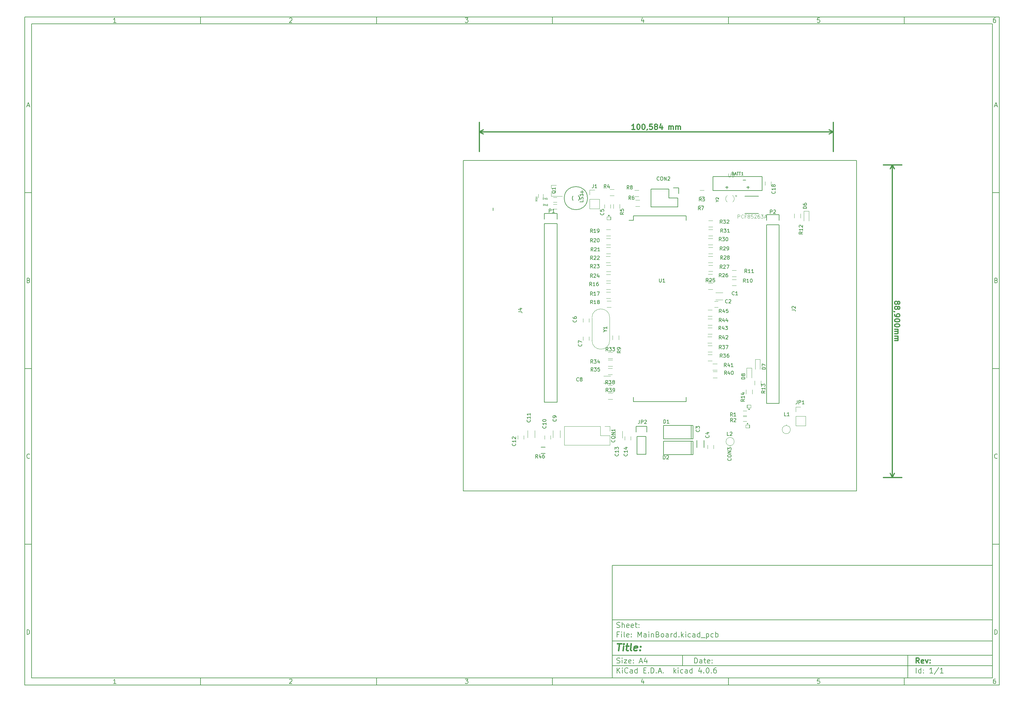
<source format=gbr>
G04 #@! TF.FileFunction,Legend,Top*
%FSLAX46Y46*%
G04 Gerber Fmt 4.6, Leading zero omitted, Abs format (unit mm)*
G04 Created by KiCad (PCBNEW 4.0.6) date 12/21/17 12:56:11*
%MOMM*%
%LPD*%
G01*
G04 APERTURE LIST*
%ADD10C,0.100000*%
%ADD11C,0.150000*%
%ADD12C,0.300000*%
%ADD13C,0.400000*%
%ADD14C,0.200000*%
%ADD15C,0.120000*%
%ADD16C,0.050000*%
%ADD17C,0.127000*%
%ADD18C,0.125000*%
G04 APERTURE END LIST*
D10*
D11*
X177002200Y-166007200D02*
X177002200Y-198007200D01*
X285002200Y-198007200D01*
X285002200Y-166007200D01*
X177002200Y-166007200D01*
D10*
D11*
X10000000Y-10000000D02*
X10000000Y-200007200D01*
X287002200Y-200007200D01*
X287002200Y-10000000D01*
X10000000Y-10000000D01*
D10*
D11*
X12000000Y-12000000D02*
X12000000Y-198007200D01*
X285002200Y-198007200D01*
X285002200Y-12000000D01*
X12000000Y-12000000D01*
D10*
D11*
X60000000Y-12000000D02*
X60000000Y-10000000D01*
D10*
D11*
X110000000Y-12000000D02*
X110000000Y-10000000D01*
D10*
D11*
X160000000Y-12000000D02*
X160000000Y-10000000D01*
D10*
D11*
X210000000Y-12000000D02*
X210000000Y-10000000D01*
D10*
D11*
X260000000Y-12000000D02*
X260000000Y-10000000D01*
D10*
D11*
X35990476Y-11588095D02*
X35247619Y-11588095D01*
X35619048Y-11588095D02*
X35619048Y-10288095D01*
X35495238Y-10473810D01*
X35371429Y-10597619D01*
X35247619Y-10659524D01*
D10*
D11*
X85247619Y-10411905D02*
X85309524Y-10350000D01*
X85433333Y-10288095D01*
X85742857Y-10288095D01*
X85866667Y-10350000D01*
X85928571Y-10411905D01*
X85990476Y-10535714D01*
X85990476Y-10659524D01*
X85928571Y-10845238D01*
X85185714Y-11588095D01*
X85990476Y-11588095D01*
D10*
D11*
X135185714Y-10288095D02*
X135990476Y-10288095D01*
X135557143Y-10783333D01*
X135742857Y-10783333D01*
X135866667Y-10845238D01*
X135928571Y-10907143D01*
X135990476Y-11030952D01*
X135990476Y-11340476D01*
X135928571Y-11464286D01*
X135866667Y-11526190D01*
X135742857Y-11588095D01*
X135371429Y-11588095D01*
X135247619Y-11526190D01*
X135185714Y-11464286D01*
D10*
D11*
X185866667Y-10721429D02*
X185866667Y-11588095D01*
X185557143Y-10226190D02*
X185247619Y-11154762D01*
X186052381Y-11154762D01*
D10*
D11*
X235928571Y-10288095D02*
X235309524Y-10288095D01*
X235247619Y-10907143D01*
X235309524Y-10845238D01*
X235433333Y-10783333D01*
X235742857Y-10783333D01*
X235866667Y-10845238D01*
X235928571Y-10907143D01*
X235990476Y-11030952D01*
X235990476Y-11340476D01*
X235928571Y-11464286D01*
X235866667Y-11526190D01*
X235742857Y-11588095D01*
X235433333Y-11588095D01*
X235309524Y-11526190D01*
X235247619Y-11464286D01*
D10*
D11*
X285866667Y-10288095D02*
X285619048Y-10288095D01*
X285495238Y-10350000D01*
X285433333Y-10411905D01*
X285309524Y-10597619D01*
X285247619Y-10845238D01*
X285247619Y-11340476D01*
X285309524Y-11464286D01*
X285371429Y-11526190D01*
X285495238Y-11588095D01*
X285742857Y-11588095D01*
X285866667Y-11526190D01*
X285928571Y-11464286D01*
X285990476Y-11340476D01*
X285990476Y-11030952D01*
X285928571Y-10907143D01*
X285866667Y-10845238D01*
X285742857Y-10783333D01*
X285495238Y-10783333D01*
X285371429Y-10845238D01*
X285309524Y-10907143D01*
X285247619Y-11030952D01*
D10*
D11*
X60000000Y-198007200D02*
X60000000Y-200007200D01*
D10*
D11*
X110000000Y-198007200D02*
X110000000Y-200007200D01*
D10*
D11*
X160000000Y-198007200D02*
X160000000Y-200007200D01*
D10*
D11*
X210000000Y-198007200D02*
X210000000Y-200007200D01*
D10*
D11*
X260000000Y-198007200D02*
X260000000Y-200007200D01*
D10*
D11*
X35990476Y-199595295D02*
X35247619Y-199595295D01*
X35619048Y-199595295D02*
X35619048Y-198295295D01*
X35495238Y-198481010D01*
X35371429Y-198604819D01*
X35247619Y-198666724D01*
D10*
D11*
X85247619Y-198419105D02*
X85309524Y-198357200D01*
X85433333Y-198295295D01*
X85742857Y-198295295D01*
X85866667Y-198357200D01*
X85928571Y-198419105D01*
X85990476Y-198542914D01*
X85990476Y-198666724D01*
X85928571Y-198852438D01*
X85185714Y-199595295D01*
X85990476Y-199595295D01*
D10*
D11*
X135185714Y-198295295D02*
X135990476Y-198295295D01*
X135557143Y-198790533D01*
X135742857Y-198790533D01*
X135866667Y-198852438D01*
X135928571Y-198914343D01*
X135990476Y-199038152D01*
X135990476Y-199347676D01*
X135928571Y-199471486D01*
X135866667Y-199533390D01*
X135742857Y-199595295D01*
X135371429Y-199595295D01*
X135247619Y-199533390D01*
X135185714Y-199471486D01*
D10*
D11*
X185866667Y-198728629D02*
X185866667Y-199595295D01*
X185557143Y-198233390D02*
X185247619Y-199161962D01*
X186052381Y-199161962D01*
D10*
D11*
X235928571Y-198295295D02*
X235309524Y-198295295D01*
X235247619Y-198914343D01*
X235309524Y-198852438D01*
X235433333Y-198790533D01*
X235742857Y-198790533D01*
X235866667Y-198852438D01*
X235928571Y-198914343D01*
X235990476Y-199038152D01*
X235990476Y-199347676D01*
X235928571Y-199471486D01*
X235866667Y-199533390D01*
X235742857Y-199595295D01*
X235433333Y-199595295D01*
X235309524Y-199533390D01*
X235247619Y-199471486D01*
D10*
D11*
X285866667Y-198295295D02*
X285619048Y-198295295D01*
X285495238Y-198357200D01*
X285433333Y-198419105D01*
X285309524Y-198604819D01*
X285247619Y-198852438D01*
X285247619Y-199347676D01*
X285309524Y-199471486D01*
X285371429Y-199533390D01*
X285495238Y-199595295D01*
X285742857Y-199595295D01*
X285866667Y-199533390D01*
X285928571Y-199471486D01*
X285990476Y-199347676D01*
X285990476Y-199038152D01*
X285928571Y-198914343D01*
X285866667Y-198852438D01*
X285742857Y-198790533D01*
X285495238Y-198790533D01*
X285371429Y-198852438D01*
X285309524Y-198914343D01*
X285247619Y-199038152D01*
D10*
D11*
X10000000Y-60000000D02*
X12000000Y-60000000D01*
D10*
D11*
X10000000Y-110000000D02*
X12000000Y-110000000D01*
D10*
D11*
X10000000Y-160000000D02*
X12000000Y-160000000D01*
D10*
D11*
X10690476Y-35216667D02*
X11309524Y-35216667D01*
X10566667Y-35588095D02*
X11000000Y-34288095D01*
X11433333Y-35588095D01*
D10*
D11*
X11092857Y-84907143D02*
X11278571Y-84969048D01*
X11340476Y-85030952D01*
X11402381Y-85154762D01*
X11402381Y-85340476D01*
X11340476Y-85464286D01*
X11278571Y-85526190D01*
X11154762Y-85588095D01*
X10659524Y-85588095D01*
X10659524Y-84288095D01*
X11092857Y-84288095D01*
X11216667Y-84350000D01*
X11278571Y-84411905D01*
X11340476Y-84535714D01*
X11340476Y-84659524D01*
X11278571Y-84783333D01*
X11216667Y-84845238D01*
X11092857Y-84907143D01*
X10659524Y-84907143D01*
D10*
D11*
X11402381Y-135464286D02*
X11340476Y-135526190D01*
X11154762Y-135588095D01*
X11030952Y-135588095D01*
X10845238Y-135526190D01*
X10721429Y-135402381D01*
X10659524Y-135278571D01*
X10597619Y-135030952D01*
X10597619Y-134845238D01*
X10659524Y-134597619D01*
X10721429Y-134473810D01*
X10845238Y-134350000D01*
X11030952Y-134288095D01*
X11154762Y-134288095D01*
X11340476Y-134350000D01*
X11402381Y-134411905D01*
D10*
D11*
X10659524Y-185588095D02*
X10659524Y-184288095D01*
X10969048Y-184288095D01*
X11154762Y-184350000D01*
X11278571Y-184473810D01*
X11340476Y-184597619D01*
X11402381Y-184845238D01*
X11402381Y-185030952D01*
X11340476Y-185278571D01*
X11278571Y-185402381D01*
X11154762Y-185526190D01*
X10969048Y-185588095D01*
X10659524Y-185588095D01*
D10*
D11*
X287002200Y-60000000D02*
X285002200Y-60000000D01*
D10*
D11*
X287002200Y-110000000D02*
X285002200Y-110000000D01*
D10*
D11*
X287002200Y-160000000D02*
X285002200Y-160000000D01*
D10*
D11*
X285692676Y-35216667D02*
X286311724Y-35216667D01*
X285568867Y-35588095D02*
X286002200Y-34288095D01*
X286435533Y-35588095D01*
D10*
D11*
X286095057Y-84907143D02*
X286280771Y-84969048D01*
X286342676Y-85030952D01*
X286404581Y-85154762D01*
X286404581Y-85340476D01*
X286342676Y-85464286D01*
X286280771Y-85526190D01*
X286156962Y-85588095D01*
X285661724Y-85588095D01*
X285661724Y-84288095D01*
X286095057Y-84288095D01*
X286218867Y-84350000D01*
X286280771Y-84411905D01*
X286342676Y-84535714D01*
X286342676Y-84659524D01*
X286280771Y-84783333D01*
X286218867Y-84845238D01*
X286095057Y-84907143D01*
X285661724Y-84907143D01*
D10*
D11*
X286404581Y-135464286D02*
X286342676Y-135526190D01*
X286156962Y-135588095D01*
X286033152Y-135588095D01*
X285847438Y-135526190D01*
X285723629Y-135402381D01*
X285661724Y-135278571D01*
X285599819Y-135030952D01*
X285599819Y-134845238D01*
X285661724Y-134597619D01*
X285723629Y-134473810D01*
X285847438Y-134350000D01*
X286033152Y-134288095D01*
X286156962Y-134288095D01*
X286342676Y-134350000D01*
X286404581Y-134411905D01*
D10*
D11*
X285661724Y-185588095D02*
X285661724Y-184288095D01*
X285971248Y-184288095D01*
X286156962Y-184350000D01*
X286280771Y-184473810D01*
X286342676Y-184597619D01*
X286404581Y-184845238D01*
X286404581Y-185030952D01*
X286342676Y-185278571D01*
X286280771Y-185402381D01*
X286156962Y-185526190D01*
X285971248Y-185588095D01*
X285661724Y-185588095D01*
D10*
D11*
X200359343Y-193785771D02*
X200359343Y-192285771D01*
X200716486Y-192285771D01*
X200930771Y-192357200D01*
X201073629Y-192500057D01*
X201145057Y-192642914D01*
X201216486Y-192928629D01*
X201216486Y-193142914D01*
X201145057Y-193428629D01*
X201073629Y-193571486D01*
X200930771Y-193714343D01*
X200716486Y-193785771D01*
X200359343Y-193785771D01*
X202502200Y-193785771D02*
X202502200Y-193000057D01*
X202430771Y-192857200D01*
X202287914Y-192785771D01*
X202002200Y-192785771D01*
X201859343Y-192857200D01*
X202502200Y-193714343D02*
X202359343Y-193785771D01*
X202002200Y-193785771D01*
X201859343Y-193714343D01*
X201787914Y-193571486D01*
X201787914Y-193428629D01*
X201859343Y-193285771D01*
X202002200Y-193214343D01*
X202359343Y-193214343D01*
X202502200Y-193142914D01*
X203002200Y-192785771D02*
X203573629Y-192785771D01*
X203216486Y-192285771D02*
X203216486Y-193571486D01*
X203287914Y-193714343D01*
X203430772Y-193785771D01*
X203573629Y-193785771D01*
X204645057Y-193714343D02*
X204502200Y-193785771D01*
X204216486Y-193785771D01*
X204073629Y-193714343D01*
X204002200Y-193571486D01*
X204002200Y-193000057D01*
X204073629Y-192857200D01*
X204216486Y-192785771D01*
X204502200Y-192785771D01*
X204645057Y-192857200D01*
X204716486Y-193000057D01*
X204716486Y-193142914D01*
X204002200Y-193285771D01*
X205359343Y-193642914D02*
X205430771Y-193714343D01*
X205359343Y-193785771D01*
X205287914Y-193714343D01*
X205359343Y-193642914D01*
X205359343Y-193785771D01*
X205359343Y-192857200D02*
X205430771Y-192928629D01*
X205359343Y-193000057D01*
X205287914Y-192928629D01*
X205359343Y-192857200D01*
X205359343Y-193000057D01*
D10*
D11*
X177002200Y-194507200D02*
X285002200Y-194507200D01*
D10*
D11*
X178359343Y-196585771D02*
X178359343Y-195085771D01*
X179216486Y-196585771D02*
X178573629Y-195728629D01*
X179216486Y-195085771D02*
X178359343Y-195942914D01*
X179859343Y-196585771D02*
X179859343Y-195585771D01*
X179859343Y-195085771D02*
X179787914Y-195157200D01*
X179859343Y-195228629D01*
X179930771Y-195157200D01*
X179859343Y-195085771D01*
X179859343Y-195228629D01*
X181430772Y-196442914D02*
X181359343Y-196514343D01*
X181145057Y-196585771D01*
X181002200Y-196585771D01*
X180787915Y-196514343D01*
X180645057Y-196371486D01*
X180573629Y-196228629D01*
X180502200Y-195942914D01*
X180502200Y-195728629D01*
X180573629Y-195442914D01*
X180645057Y-195300057D01*
X180787915Y-195157200D01*
X181002200Y-195085771D01*
X181145057Y-195085771D01*
X181359343Y-195157200D01*
X181430772Y-195228629D01*
X182716486Y-196585771D02*
X182716486Y-195800057D01*
X182645057Y-195657200D01*
X182502200Y-195585771D01*
X182216486Y-195585771D01*
X182073629Y-195657200D01*
X182716486Y-196514343D02*
X182573629Y-196585771D01*
X182216486Y-196585771D01*
X182073629Y-196514343D01*
X182002200Y-196371486D01*
X182002200Y-196228629D01*
X182073629Y-196085771D01*
X182216486Y-196014343D01*
X182573629Y-196014343D01*
X182716486Y-195942914D01*
X184073629Y-196585771D02*
X184073629Y-195085771D01*
X184073629Y-196514343D02*
X183930772Y-196585771D01*
X183645058Y-196585771D01*
X183502200Y-196514343D01*
X183430772Y-196442914D01*
X183359343Y-196300057D01*
X183359343Y-195871486D01*
X183430772Y-195728629D01*
X183502200Y-195657200D01*
X183645058Y-195585771D01*
X183930772Y-195585771D01*
X184073629Y-195657200D01*
X185930772Y-195800057D02*
X186430772Y-195800057D01*
X186645058Y-196585771D02*
X185930772Y-196585771D01*
X185930772Y-195085771D01*
X186645058Y-195085771D01*
X187287915Y-196442914D02*
X187359343Y-196514343D01*
X187287915Y-196585771D01*
X187216486Y-196514343D01*
X187287915Y-196442914D01*
X187287915Y-196585771D01*
X188002201Y-196585771D02*
X188002201Y-195085771D01*
X188359344Y-195085771D01*
X188573629Y-195157200D01*
X188716487Y-195300057D01*
X188787915Y-195442914D01*
X188859344Y-195728629D01*
X188859344Y-195942914D01*
X188787915Y-196228629D01*
X188716487Y-196371486D01*
X188573629Y-196514343D01*
X188359344Y-196585771D01*
X188002201Y-196585771D01*
X189502201Y-196442914D02*
X189573629Y-196514343D01*
X189502201Y-196585771D01*
X189430772Y-196514343D01*
X189502201Y-196442914D01*
X189502201Y-196585771D01*
X190145058Y-196157200D02*
X190859344Y-196157200D01*
X190002201Y-196585771D02*
X190502201Y-195085771D01*
X191002201Y-196585771D01*
X191502201Y-196442914D02*
X191573629Y-196514343D01*
X191502201Y-196585771D01*
X191430772Y-196514343D01*
X191502201Y-196442914D01*
X191502201Y-196585771D01*
X194502201Y-196585771D02*
X194502201Y-195085771D01*
X194645058Y-196014343D02*
X195073629Y-196585771D01*
X195073629Y-195585771D02*
X194502201Y-196157200D01*
X195716487Y-196585771D02*
X195716487Y-195585771D01*
X195716487Y-195085771D02*
X195645058Y-195157200D01*
X195716487Y-195228629D01*
X195787915Y-195157200D01*
X195716487Y-195085771D01*
X195716487Y-195228629D01*
X197073630Y-196514343D02*
X196930773Y-196585771D01*
X196645059Y-196585771D01*
X196502201Y-196514343D01*
X196430773Y-196442914D01*
X196359344Y-196300057D01*
X196359344Y-195871486D01*
X196430773Y-195728629D01*
X196502201Y-195657200D01*
X196645059Y-195585771D01*
X196930773Y-195585771D01*
X197073630Y-195657200D01*
X198359344Y-196585771D02*
X198359344Y-195800057D01*
X198287915Y-195657200D01*
X198145058Y-195585771D01*
X197859344Y-195585771D01*
X197716487Y-195657200D01*
X198359344Y-196514343D02*
X198216487Y-196585771D01*
X197859344Y-196585771D01*
X197716487Y-196514343D01*
X197645058Y-196371486D01*
X197645058Y-196228629D01*
X197716487Y-196085771D01*
X197859344Y-196014343D01*
X198216487Y-196014343D01*
X198359344Y-195942914D01*
X199716487Y-196585771D02*
X199716487Y-195085771D01*
X199716487Y-196514343D02*
X199573630Y-196585771D01*
X199287916Y-196585771D01*
X199145058Y-196514343D01*
X199073630Y-196442914D01*
X199002201Y-196300057D01*
X199002201Y-195871486D01*
X199073630Y-195728629D01*
X199145058Y-195657200D01*
X199287916Y-195585771D01*
X199573630Y-195585771D01*
X199716487Y-195657200D01*
X202216487Y-195585771D02*
X202216487Y-196585771D01*
X201859344Y-195014343D02*
X201502201Y-196085771D01*
X202430773Y-196085771D01*
X203002201Y-196442914D02*
X203073629Y-196514343D01*
X203002201Y-196585771D01*
X202930772Y-196514343D01*
X203002201Y-196442914D01*
X203002201Y-196585771D01*
X204002201Y-195085771D02*
X204145058Y-195085771D01*
X204287915Y-195157200D01*
X204359344Y-195228629D01*
X204430773Y-195371486D01*
X204502201Y-195657200D01*
X204502201Y-196014343D01*
X204430773Y-196300057D01*
X204359344Y-196442914D01*
X204287915Y-196514343D01*
X204145058Y-196585771D01*
X204002201Y-196585771D01*
X203859344Y-196514343D01*
X203787915Y-196442914D01*
X203716487Y-196300057D01*
X203645058Y-196014343D01*
X203645058Y-195657200D01*
X203716487Y-195371486D01*
X203787915Y-195228629D01*
X203859344Y-195157200D01*
X204002201Y-195085771D01*
X205145058Y-196442914D02*
X205216486Y-196514343D01*
X205145058Y-196585771D01*
X205073629Y-196514343D01*
X205145058Y-196442914D01*
X205145058Y-196585771D01*
X206502201Y-195085771D02*
X206216487Y-195085771D01*
X206073630Y-195157200D01*
X206002201Y-195228629D01*
X205859344Y-195442914D01*
X205787915Y-195728629D01*
X205787915Y-196300057D01*
X205859344Y-196442914D01*
X205930772Y-196514343D01*
X206073630Y-196585771D01*
X206359344Y-196585771D01*
X206502201Y-196514343D01*
X206573630Y-196442914D01*
X206645058Y-196300057D01*
X206645058Y-195942914D01*
X206573630Y-195800057D01*
X206502201Y-195728629D01*
X206359344Y-195657200D01*
X206073630Y-195657200D01*
X205930772Y-195728629D01*
X205859344Y-195800057D01*
X205787915Y-195942914D01*
D10*
D11*
X177002200Y-191507200D02*
X285002200Y-191507200D01*
D10*
D12*
X264216486Y-193785771D02*
X263716486Y-193071486D01*
X263359343Y-193785771D02*
X263359343Y-192285771D01*
X263930771Y-192285771D01*
X264073629Y-192357200D01*
X264145057Y-192428629D01*
X264216486Y-192571486D01*
X264216486Y-192785771D01*
X264145057Y-192928629D01*
X264073629Y-193000057D01*
X263930771Y-193071486D01*
X263359343Y-193071486D01*
X265430771Y-193714343D02*
X265287914Y-193785771D01*
X265002200Y-193785771D01*
X264859343Y-193714343D01*
X264787914Y-193571486D01*
X264787914Y-193000057D01*
X264859343Y-192857200D01*
X265002200Y-192785771D01*
X265287914Y-192785771D01*
X265430771Y-192857200D01*
X265502200Y-193000057D01*
X265502200Y-193142914D01*
X264787914Y-193285771D01*
X266002200Y-192785771D02*
X266359343Y-193785771D01*
X266716485Y-192785771D01*
X267287914Y-193642914D02*
X267359342Y-193714343D01*
X267287914Y-193785771D01*
X267216485Y-193714343D01*
X267287914Y-193642914D01*
X267287914Y-193785771D01*
X267287914Y-192857200D02*
X267359342Y-192928629D01*
X267287914Y-193000057D01*
X267216485Y-192928629D01*
X267287914Y-192857200D01*
X267287914Y-193000057D01*
D10*
D11*
X178287914Y-193714343D02*
X178502200Y-193785771D01*
X178859343Y-193785771D01*
X179002200Y-193714343D01*
X179073629Y-193642914D01*
X179145057Y-193500057D01*
X179145057Y-193357200D01*
X179073629Y-193214343D01*
X179002200Y-193142914D01*
X178859343Y-193071486D01*
X178573629Y-193000057D01*
X178430771Y-192928629D01*
X178359343Y-192857200D01*
X178287914Y-192714343D01*
X178287914Y-192571486D01*
X178359343Y-192428629D01*
X178430771Y-192357200D01*
X178573629Y-192285771D01*
X178930771Y-192285771D01*
X179145057Y-192357200D01*
X179787914Y-193785771D02*
X179787914Y-192785771D01*
X179787914Y-192285771D02*
X179716485Y-192357200D01*
X179787914Y-192428629D01*
X179859342Y-192357200D01*
X179787914Y-192285771D01*
X179787914Y-192428629D01*
X180359343Y-192785771D02*
X181145057Y-192785771D01*
X180359343Y-193785771D01*
X181145057Y-193785771D01*
X182287914Y-193714343D02*
X182145057Y-193785771D01*
X181859343Y-193785771D01*
X181716486Y-193714343D01*
X181645057Y-193571486D01*
X181645057Y-193000057D01*
X181716486Y-192857200D01*
X181859343Y-192785771D01*
X182145057Y-192785771D01*
X182287914Y-192857200D01*
X182359343Y-193000057D01*
X182359343Y-193142914D01*
X181645057Y-193285771D01*
X183002200Y-193642914D02*
X183073628Y-193714343D01*
X183002200Y-193785771D01*
X182930771Y-193714343D01*
X183002200Y-193642914D01*
X183002200Y-193785771D01*
X183002200Y-192857200D02*
X183073628Y-192928629D01*
X183002200Y-193000057D01*
X182930771Y-192928629D01*
X183002200Y-192857200D01*
X183002200Y-193000057D01*
X184787914Y-193357200D02*
X185502200Y-193357200D01*
X184645057Y-193785771D02*
X185145057Y-192285771D01*
X185645057Y-193785771D01*
X186787914Y-192785771D02*
X186787914Y-193785771D01*
X186430771Y-192214343D02*
X186073628Y-193285771D01*
X187002200Y-193285771D01*
D10*
D11*
X263359343Y-196585771D02*
X263359343Y-195085771D01*
X264716486Y-196585771D02*
X264716486Y-195085771D01*
X264716486Y-196514343D02*
X264573629Y-196585771D01*
X264287915Y-196585771D01*
X264145057Y-196514343D01*
X264073629Y-196442914D01*
X264002200Y-196300057D01*
X264002200Y-195871486D01*
X264073629Y-195728629D01*
X264145057Y-195657200D01*
X264287915Y-195585771D01*
X264573629Y-195585771D01*
X264716486Y-195657200D01*
X265430772Y-196442914D02*
X265502200Y-196514343D01*
X265430772Y-196585771D01*
X265359343Y-196514343D01*
X265430772Y-196442914D01*
X265430772Y-196585771D01*
X265430772Y-195657200D02*
X265502200Y-195728629D01*
X265430772Y-195800057D01*
X265359343Y-195728629D01*
X265430772Y-195657200D01*
X265430772Y-195800057D01*
X268073629Y-196585771D02*
X267216486Y-196585771D01*
X267645058Y-196585771D02*
X267645058Y-195085771D01*
X267502201Y-195300057D01*
X267359343Y-195442914D01*
X267216486Y-195514343D01*
X269787914Y-195014343D02*
X268502200Y-196942914D01*
X271073629Y-196585771D02*
X270216486Y-196585771D01*
X270645058Y-196585771D02*
X270645058Y-195085771D01*
X270502201Y-195300057D01*
X270359343Y-195442914D01*
X270216486Y-195514343D01*
D10*
D11*
X177002200Y-187507200D02*
X285002200Y-187507200D01*
D10*
D13*
X178454581Y-188211962D02*
X179597438Y-188211962D01*
X178776010Y-190211962D02*
X179026010Y-188211962D01*
X180014105Y-190211962D02*
X180180771Y-188878629D01*
X180264105Y-188211962D02*
X180156962Y-188307200D01*
X180240295Y-188402438D01*
X180347439Y-188307200D01*
X180264105Y-188211962D01*
X180240295Y-188402438D01*
X180847438Y-188878629D02*
X181609343Y-188878629D01*
X181216486Y-188211962D02*
X181002200Y-189926248D01*
X181073630Y-190116724D01*
X181252201Y-190211962D01*
X181442677Y-190211962D01*
X182395058Y-190211962D02*
X182216487Y-190116724D01*
X182145057Y-189926248D01*
X182359343Y-188211962D01*
X183930772Y-190116724D02*
X183728391Y-190211962D01*
X183347439Y-190211962D01*
X183168867Y-190116724D01*
X183097438Y-189926248D01*
X183192676Y-189164343D01*
X183311724Y-188973867D01*
X183514105Y-188878629D01*
X183895057Y-188878629D01*
X184073629Y-188973867D01*
X184145057Y-189164343D01*
X184121248Y-189354819D01*
X183145057Y-189545295D01*
X184895057Y-190021486D02*
X184978392Y-190116724D01*
X184871248Y-190211962D01*
X184787915Y-190116724D01*
X184895057Y-190021486D01*
X184871248Y-190211962D01*
X185026010Y-188973867D02*
X185109344Y-189069105D01*
X185002200Y-189164343D01*
X184918867Y-189069105D01*
X185026010Y-188973867D01*
X185002200Y-189164343D01*
D10*
D11*
X178859343Y-185600057D02*
X178359343Y-185600057D01*
X178359343Y-186385771D02*
X178359343Y-184885771D01*
X179073629Y-184885771D01*
X179645057Y-186385771D02*
X179645057Y-185385771D01*
X179645057Y-184885771D02*
X179573628Y-184957200D01*
X179645057Y-185028629D01*
X179716485Y-184957200D01*
X179645057Y-184885771D01*
X179645057Y-185028629D01*
X180573629Y-186385771D02*
X180430771Y-186314343D01*
X180359343Y-186171486D01*
X180359343Y-184885771D01*
X181716485Y-186314343D02*
X181573628Y-186385771D01*
X181287914Y-186385771D01*
X181145057Y-186314343D01*
X181073628Y-186171486D01*
X181073628Y-185600057D01*
X181145057Y-185457200D01*
X181287914Y-185385771D01*
X181573628Y-185385771D01*
X181716485Y-185457200D01*
X181787914Y-185600057D01*
X181787914Y-185742914D01*
X181073628Y-185885771D01*
X182430771Y-186242914D02*
X182502199Y-186314343D01*
X182430771Y-186385771D01*
X182359342Y-186314343D01*
X182430771Y-186242914D01*
X182430771Y-186385771D01*
X182430771Y-185457200D02*
X182502199Y-185528629D01*
X182430771Y-185600057D01*
X182359342Y-185528629D01*
X182430771Y-185457200D01*
X182430771Y-185600057D01*
X184287914Y-186385771D02*
X184287914Y-184885771D01*
X184787914Y-185957200D01*
X185287914Y-184885771D01*
X185287914Y-186385771D01*
X186645057Y-186385771D02*
X186645057Y-185600057D01*
X186573628Y-185457200D01*
X186430771Y-185385771D01*
X186145057Y-185385771D01*
X186002200Y-185457200D01*
X186645057Y-186314343D02*
X186502200Y-186385771D01*
X186145057Y-186385771D01*
X186002200Y-186314343D01*
X185930771Y-186171486D01*
X185930771Y-186028629D01*
X186002200Y-185885771D01*
X186145057Y-185814343D01*
X186502200Y-185814343D01*
X186645057Y-185742914D01*
X187359343Y-186385771D02*
X187359343Y-185385771D01*
X187359343Y-184885771D02*
X187287914Y-184957200D01*
X187359343Y-185028629D01*
X187430771Y-184957200D01*
X187359343Y-184885771D01*
X187359343Y-185028629D01*
X188073629Y-185385771D02*
X188073629Y-186385771D01*
X188073629Y-185528629D02*
X188145057Y-185457200D01*
X188287915Y-185385771D01*
X188502200Y-185385771D01*
X188645057Y-185457200D01*
X188716486Y-185600057D01*
X188716486Y-186385771D01*
X189930772Y-185600057D02*
X190145058Y-185671486D01*
X190216486Y-185742914D01*
X190287915Y-185885771D01*
X190287915Y-186100057D01*
X190216486Y-186242914D01*
X190145058Y-186314343D01*
X190002200Y-186385771D01*
X189430772Y-186385771D01*
X189430772Y-184885771D01*
X189930772Y-184885771D01*
X190073629Y-184957200D01*
X190145058Y-185028629D01*
X190216486Y-185171486D01*
X190216486Y-185314343D01*
X190145058Y-185457200D01*
X190073629Y-185528629D01*
X189930772Y-185600057D01*
X189430772Y-185600057D01*
X191145058Y-186385771D02*
X191002200Y-186314343D01*
X190930772Y-186242914D01*
X190859343Y-186100057D01*
X190859343Y-185671486D01*
X190930772Y-185528629D01*
X191002200Y-185457200D01*
X191145058Y-185385771D01*
X191359343Y-185385771D01*
X191502200Y-185457200D01*
X191573629Y-185528629D01*
X191645058Y-185671486D01*
X191645058Y-186100057D01*
X191573629Y-186242914D01*
X191502200Y-186314343D01*
X191359343Y-186385771D01*
X191145058Y-186385771D01*
X192930772Y-186385771D02*
X192930772Y-185600057D01*
X192859343Y-185457200D01*
X192716486Y-185385771D01*
X192430772Y-185385771D01*
X192287915Y-185457200D01*
X192930772Y-186314343D02*
X192787915Y-186385771D01*
X192430772Y-186385771D01*
X192287915Y-186314343D01*
X192216486Y-186171486D01*
X192216486Y-186028629D01*
X192287915Y-185885771D01*
X192430772Y-185814343D01*
X192787915Y-185814343D01*
X192930772Y-185742914D01*
X193645058Y-186385771D02*
X193645058Y-185385771D01*
X193645058Y-185671486D02*
X193716486Y-185528629D01*
X193787915Y-185457200D01*
X193930772Y-185385771D01*
X194073629Y-185385771D01*
X195216486Y-186385771D02*
X195216486Y-184885771D01*
X195216486Y-186314343D02*
X195073629Y-186385771D01*
X194787915Y-186385771D01*
X194645057Y-186314343D01*
X194573629Y-186242914D01*
X194502200Y-186100057D01*
X194502200Y-185671486D01*
X194573629Y-185528629D01*
X194645057Y-185457200D01*
X194787915Y-185385771D01*
X195073629Y-185385771D01*
X195216486Y-185457200D01*
X195930772Y-186242914D02*
X196002200Y-186314343D01*
X195930772Y-186385771D01*
X195859343Y-186314343D01*
X195930772Y-186242914D01*
X195930772Y-186385771D01*
X196645058Y-186385771D02*
X196645058Y-184885771D01*
X196787915Y-185814343D02*
X197216486Y-186385771D01*
X197216486Y-185385771D02*
X196645058Y-185957200D01*
X197859344Y-186385771D02*
X197859344Y-185385771D01*
X197859344Y-184885771D02*
X197787915Y-184957200D01*
X197859344Y-185028629D01*
X197930772Y-184957200D01*
X197859344Y-184885771D01*
X197859344Y-185028629D01*
X199216487Y-186314343D02*
X199073630Y-186385771D01*
X198787916Y-186385771D01*
X198645058Y-186314343D01*
X198573630Y-186242914D01*
X198502201Y-186100057D01*
X198502201Y-185671486D01*
X198573630Y-185528629D01*
X198645058Y-185457200D01*
X198787916Y-185385771D01*
X199073630Y-185385771D01*
X199216487Y-185457200D01*
X200502201Y-186385771D02*
X200502201Y-185600057D01*
X200430772Y-185457200D01*
X200287915Y-185385771D01*
X200002201Y-185385771D01*
X199859344Y-185457200D01*
X200502201Y-186314343D02*
X200359344Y-186385771D01*
X200002201Y-186385771D01*
X199859344Y-186314343D01*
X199787915Y-186171486D01*
X199787915Y-186028629D01*
X199859344Y-185885771D01*
X200002201Y-185814343D01*
X200359344Y-185814343D01*
X200502201Y-185742914D01*
X201859344Y-186385771D02*
X201859344Y-184885771D01*
X201859344Y-186314343D02*
X201716487Y-186385771D01*
X201430773Y-186385771D01*
X201287915Y-186314343D01*
X201216487Y-186242914D01*
X201145058Y-186100057D01*
X201145058Y-185671486D01*
X201216487Y-185528629D01*
X201287915Y-185457200D01*
X201430773Y-185385771D01*
X201716487Y-185385771D01*
X201859344Y-185457200D01*
X202216487Y-186528629D02*
X203359344Y-186528629D01*
X203716487Y-185385771D02*
X203716487Y-186885771D01*
X203716487Y-185457200D02*
X203859344Y-185385771D01*
X204145058Y-185385771D01*
X204287915Y-185457200D01*
X204359344Y-185528629D01*
X204430773Y-185671486D01*
X204430773Y-186100057D01*
X204359344Y-186242914D01*
X204287915Y-186314343D01*
X204145058Y-186385771D01*
X203859344Y-186385771D01*
X203716487Y-186314343D01*
X205716487Y-186314343D02*
X205573630Y-186385771D01*
X205287916Y-186385771D01*
X205145058Y-186314343D01*
X205073630Y-186242914D01*
X205002201Y-186100057D01*
X205002201Y-185671486D01*
X205073630Y-185528629D01*
X205145058Y-185457200D01*
X205287916Y-185385771D01*
X205573630Y-185385771D01*
X205716487Y-185457200D01*
X206359344Y-186385771D02*
X206359344Y-184885771D01*
X206359344Y-185457200D02*
X206502201Y-185385771D01*
X206787915Y-185385771D01*
X206930772Y-185457200D01*
X207002201Y-185528629D01*
X207073630Y-185671486D01*
X207073630Y-186100057D01*
X207002201Y-186242914D01*
X206930772Y-186314343D01*
X206787915Y-186385771D01*
X206502201Y-186385771D01*
X206359344Y-186314343D01*
D10*
D11*
X177002200Y-181507200D02*
X285002200Y-181507200D01*
D10*
D11*
X178287914Y-183614343D02*
X178502200Y-183685771D01*
X178859343Y-183685771D01*
X179002200Y-183614343D01*
X179073629Y-183542914D01*
X179145057Y-183400057D01*
X179145057Y-183257200D01*
X179073629Y-183114343D01*
X179002200Y-183042914D01*
X178859343Y-182971486D01*
X178573629Y-182900057D01*
X178430771Y-182828629D01*
X178359343Y-182757200D01*
X178287914Y-182614343D01*
X178287914Y-182471486D01*
X178359343Y-182328629D01*
X178430771Y-182257200D01*
X178573629Y-182185771D01*
X178930771Y-182185771D01*
X179145057Y-182257200D01*
X179787914Y-183685771D02*
X179787914Y-182185771D01*
X180430771Y-183685771D02*
X180430771Y-182900057D01*
X180359342Y-182757200D01*
X180216485Y-182685771D01*
X180002200Y-182685771D01*
X179859342Y-182757200D01*
X179787914Y-182828629D01*
X181716485Y-183614343D02*
X181573628Y-183685771D01*
X181287914Y-183685771D01*
X181145057Y-183614343D01*
X181073628Y-183471486D01*
X181073628Y-182900057D01*
X181145057Y-182757200D01*
X181287914Y-182685771D01*
X181573628Y-182685771D01*
X181716485Y-182757200D01*
X181787914Y-182900057D01*
X181787914Y-183042914D01*
X181073628Y-183185771D01*
X183002199Y-183614343D02*
X182859342Y-183685771D01*
X182573628Y-183685771D01*
X182430771Y-183614343D01*
X182359342Y-183471486D01*
X182359342Y-182900057D01*
X182430771Y-182757200D01*
X182573628Y-182685771D01*
X182859342Y-182685771D01*
X183002199Y-182757200D01*
X183073628Y-182900057D01*
X183073628Y-183042914D01*
X182359342Y-183185771D01*
X183502199Y-182685771D02*
X184073628Y-182685771D01*
X183716485Y-182185771D02*
X183716485Y-183471486D01*
X183787913Y-183614343D01*
X183930771Y-183685771D01*
X184073628Y-183685771D01*
X184573628Y-183542914D02*
X184645056Y-183614343D01*
X184573628Y-183685771D01*
X184502199Y-183614343D01*
X184573628Y-183542914D01*
X184573628Y-183685771D01*
X184573628Y-182757200D02*
X184645056Y-182828629D01*
X184573628Y-182900057D01*
X184502199Y-182828629D01*
X184573628Y-182757200D01*
X184573628Y-182900057D01*
D10*
D11*
X197002200Y-191507200D02*
X197002200Y-194507200D01*
D10*
D11*
X261002200Y-191507200D02*
X261002200Y-198007200D01*
D12*
X258068571Y-91162859D02*
X258140000Y-91020001D01*
X258211429Y-90948573D01*
X258354286Y-90877144D01*
X258425714Y-90877144D01*
X258568571Y-90948573D01*
X258640000Y-91020001D01*
X258711429Y-91162859D01*
X258711429Y-91448573D01*
X258640000Y-91591430D01*
X258568571Y-91662859D01*
X258425714Y-91734287D01*
X258354286Y-91734287D01*
X258211429Y-91662859D01*
X258140000Y-91591430D01*
X258068571Y-91448573D01*
X258068571Y-91162859D01*
X257997143Y-91020001D01*
X257925714Y-90948573D01*
X257782857Y-90877144D01*
X257497143Y-90877144D01*
X257354286Y-90948573D01*
X257282857Y-91020001D01*
X257211429Y-91162859D01*
X257211429Y-91448573D01*
X257282857Y-91591430D01*
X257354286Y-91662859D01*
X257497143Y-91734287D01*
X257782857Y-91734287D01*
X257925714Y-91662859D01*
X257997143Y-91591430D01*
X258068571Y-91448573D01*
X258068571Y-92591430D02*
X258140000Y-92448572D01*
X258211429Y-92377144D01*
X258354286Y-92305715D01*
X258425714Y-92305715D01*
X258568571Y-92377144D01*
X258640000Y-92448572D01*
X258711429Y-92591430D01*
X258711429Y-92877144D01*
X258640000Y-93020001D01*
X258568571Y-93091430D01*
X258425714Y-93162858D01*
X258354286Y-93162858D01*
X258211429Y-93091430D01*
X258140000Y-93020001D01*
X258068571Y-92877144D01*
X258068571Y-92591430D01*
X257997143Y-92448572D01*
X257925714Y-92377144D01*
X257782857Y-92305715D01*
X257497143Y-92305715D01*
X257354286Y-92377144D01*
X257282857Y-92448572D01*
X257211429Y-92591430D01*
X257211429Y-92877144D01*
X257282857Y-93020001D01*
X257354286Y-93091430D01*
X257497143Y-93162858D01*
X257782857Y-93162858D01*
X257925714Y-93091430D01*
X257997143Y-93020001D01*
X258068571Y-92877144D01*
X257282857Y-93877143D02*
X257211429Y-93877143D01*
X257068571Y-93805715D01*
X256997143Y-93734286D01*
X257211429Y-94591429D02*
X257211429Y-94877144D01*
X257282857Y-95020001D01*
X257354286Y-95091429D01*
X257568571Y-95234287D01*
X257854286Y-95305715D01*
X258425714Y-95305715D01*
X258568571Y-95234287D01*
X258640000Y-95162858D01*
X258711429Y-95020001D01*
X258711429Y-94734287D01*
X258640000Y-94591429D01*
X258568571Y-94520001D01*
X258425714Y-94448572D01*
X258068571Y-94448572D01*
X257925714Y-94520001D01*
X257854286Y-94591429D01*
X257782857Y-94734287D01*
X257782857Y-95020001D01*
X257854286Y-95162858D01*
X257925714Y-95234287D01*
X258068571Y-95305715D01*
X258711429Y-96234286D02*
X258711429Y-96377143D01*
X258640000Y-96520000D01*
X258568571Y-96591429D01*
X258425714Y-96662858D01*
X258140000Y-96734286D01*
X257782857Y-96734286D01*
X257497143Y-96662858D01*
X257354286Y-96591429D01*
X257282857Y-96520000D01*
X257211429Y-96377143D01*
X257211429Y-96234286D01*
X257282857Y-96091429D01*
X257354286Y-96020000D01*
X257497143Y-95948572D01*
X257782857Y-95877143D01*
X258140000Y-95877143D01*
X258425714Y-95948572D01*
X258568571Y-96020000D01*
X258640000Y-96091429D01*
X258711429Y-96234286D01*
X258711429Y-97662857D02*
X258711429Y-97805714D01*
X258640000Y-97948571D01*
X258568571Y-98020000D01*
X258425714Y-98091429D01*
X258140000Y-98162857D01*
X257782857Y-98162857D01*
X257497143Y-98091429D01*
X257354286Y-98020000D01*
X257282857Y-97948571D01*
X257211429Y-97805714D01*
X257211429Y-97662857D01*
X257282857Y-97520000D01*
X257354286Y-97448571D01*
X257497143Y-97377143D01*
X257782857Y-97305714D01*
X258140000Y-97305714D01*
X258425714Y-97377143D01*
X258568571Y-97448571D01*
X258640000Y-97520000D01*
X258711429Y-97662857D01*
X257211429Y-98805714D02*
X258211429Y-98805714D01*
X258068571Y-98805714D02*
X258140000Y-98877142D01*
X258211429Y-99020000D01*
X258211429Y-99234285D01*
X258140000Y-99377142D01*
X257997143Y-99448571D01*
X257211429Y-99448571D01*
X257997143Y-99448571D02*
X258140000Y-99520000D01*
X258211429Y-99662857D01*
X258211429Y-99877142D01*
X258140000Y-100020000D01*
X257997143Y-100091428D01*
X257211429Y-100091428D01*
X257211429Y-100805714D02*
X258211429Y-100805714D01*
X258068571Y-100805714D02*
X258140000Y-100877142D01*
X258211429Y-101020000D01*
X258211429Y-101234285D01*
X258140000Y-101377142D01*
X257997143Y-101448571D01*
X257211429Y-101448571D01*
X257997143Y-101448571D02*
X258140000Y-101520000D01*
X258211429Y-101662857D01*
X258211429Y-101877142D01*
X258140000Y-102020000D01*
X257997143Y-102091428D01*
X257211429Y-102091428D01*
X256540000Y-52070000D02*
X256540000Y-140970000D01*
X254000000Y-52070000D02*
X259240000Y-52070000D01*
X254000000Y-140970000D02*
X259240000Y-140970000D01*
X256540000Y-140970000D02*
X255953579Y-139843496D01*
X256540000Y-140970000D02*
X257126421Y-139843496D01*
X256540000Y-52070000D02*
X255953579Y-53196504D01*
X256540000Y-52070000D02*
X257126421Y-53196504D01*
X183412573Y-42000572D02*
X182555430Y-42000572D01*
X182984002Y-42000572D02*
X182984002Y-40500572D01*
X182841145Y-40714858D01*
X182698287Y-40857715D01*
X182555430Y-40929144D01*
X184341144Y-40500572D02*
X184484001Y-40500572D01*
X184626858Y-40572001D01*
X184698287Y-40643430D01*
X184769716Y-40786287D01*
X184841144Y-41072001D01*
X184841144Y-41429144D01*
X184769716Y-41714858D01*
X184698287Y-41857715D01*
X184626858Y-41929144D01*
X184484001Y-42000572D01*
X184341144Y-42000572D01*
X184198287Y-41929144D01*
X184126858Y-41857715D01*
X184055430Y-41714858D01*
X183984001Y-41429144D01*
X183984001Y-41072001D01*
X184055430Y-40786287D01*
X184126858Y-40643430D01*
X184198287Y-40572001D01*
X184341144Y-40500572D01*
X185769715Y-40500572D02*
X185912572Y-40500572D01*
X186055429Y-40572001D01*
X186126858Y-40643430D01*
X186198287Y-40786287D01*
X186269715Y-41072001D01*
X186269715Y-41429144D01*
X186198287Y-41714858D01*
X186126858Y-41857715D01*
X186055429Y-41929144D01*
X185912572Y-42000572D01*
X185769715Y-42000572D01*
X185626858Y-41929144D01*
X185555429Y-41857715D01*
X185484001Y-41714858D01*
X185412572Y-41429144D01*
X185412572Y-41072001D01*
X185484001Y-40786287D01*
X185555429Y-40643430D01*
X185626858Y-40572001D01*
X185769715Y-40500572D01*
X186984000Y-41929144D02*
X186984000Y-42000572D01*
X186912572Y-42143430D01*
X186841143Y-42214858D01*
X188341144Y-40500572D02*
X187626858Y-40500572D01*
X187555429Y-41214858D01*
X187626858Y-41143430D01*
X187769715Y-41072001D01*
X188126858Y-41072001D01*
X188269715Y-41143430D01*
X188341144Y-41214858D01*
X188412572Y-41357715D01*
X188412572Y-41714858D01*
X188341144Y-41857715D01*
X188269715Y-41929144D01*
X188126858Y-42000572D01*
X187769715Y-42000572D01*
X187626858Y-41929144D01*
X187555429Y-41857715D01*
X189269715Y-41143430D02*
X189126857Y-41072001D01*
X189055429Y-41000572D01*
X188984000Y-40857715D01*
X188984000Y-40786287D01*
X189055429Y-40643430D01*
X189126857Y-40572001D01*
X189269715Y-40500572D01*
X189555429Y-40500572D01*
X189698286Y-40572001D01*
X189769715Y-40643430D01*
X189841143Y-40786287D01*
X189841143Y-40857715D01*
X189769715Y-41000572D01*
X189698286Y-41072001D01*
X189555429Y-41143430D01*
X189269715Y-41143430D01*
X189126857Y-41214858D01*
X189055429Y-41286287D01*
X188984000Y-41429144D01*
X188984000Y-41714858D01*
X189055429Y-41857715D01*
X189126857Y-41929144D01*
X189269715Y-42000572D01*
X189555429Y-42000572D01*
X189698286Y-41929144D01*
X189769715Y-41857715D01*
X189841143Y-41714858D01*
X189841143Y-41429144D01*
X189769715Y-41286287D01*
X189698286Y-41214858D01*
X189555429Y-41143430D01*
X191126857Y-41000572D02*
X191126857Y-42000572D01*
X190769714Y-40429144D02*
X190412571Y-41500572D01*
X191341143Y-41500572D01*
X193055428Y-42000572D02*
X193055428Y-41000572D01*
X193055428Y-41143430D02*
X193126856Y-41072001D01*
X193269714Y-41000572D01*
X193483999Y-41000572D01*
X193626856Y-41072001D01*
X193698285Y-41214858D01*
X193698285Y-42000572D01*
X193698285Y-41214858D02*
X193769714Y-41072001D01*
X193912571Y-41000572D01*
X194126856Y-41000572D01*
X194269714Y-41072001D01*
X194341142Y-41214858D01*
X194341142Y-42000572D01*
X195055428Y-42000572D02*
X195055428Y-41000572D01*
X195055428Y-41143430D02*
X195126856Y-41072001D01*
X195269714Y-41000572D01*
X195483999Y-41000572D01*
X195626856Y-41072001D01*
X195698285Y-41214858D01*
X195698285Y-42000572D01*
X195698285Y-41214858D02*
X195769714Y-41072001D01*
X195912571Y-41000572D01*
X196126856Y-41000572D01*
X196269714Y-41072001D01*
X196341142Y-41214858D01*
X196341142Y-42000572D01*
X139192000Y-42672001D02*
X239776000Y-42672001D01*
X139192000Y-48260000D02*
X139192000Y-39972001D01*
X239776000Y-48260000D02*
X239776000Y-39972001D01*
X239776000Y-42672001D02*
X238649496Y-43258422D01*
X239776000Y-42672001D02*
X238649496Y-42085580D01*
X139192000Y-42672001D02*
X140318504Y-43258422D01*
X139192000Y-42672001D02*
X140318504Y-42085580D01*
D14*
X134620000Y-144780000D02*
X134620000Y-50800000D01*
X246380000Y-144780000D02*
X134620000Y-144780000D01*
X246380000Y-50800000D02*
X246380000Y-144780000D01*
X134620000Y-50800000D02*
X246380000Y-50800000D01*
X143129000Y-65024000D02*
X143129000Y-64274700D01*
D15*
X219013000Y-107420000D02*
X217613000Y-107420000D01*
X217613000Y-107420000D02*
X217613000Y-110220000D01*
X219013000Y-107420000D02*
X219013000Y-110220000D01*
X211624400Y-130759200D02*
G75*
G03X211624400Y-130759200I-1160000J0D01*
G01*
X210464400Y-131919200D02*
X210464400Y-132199200D01*
X151853000Y-130040000D02*
X151853000Y-129040000D01*
X150153000Y-129040000D02*
X150153000Y-130040000D01*
D11*
X161286600Y-68745100D02*
X161286600Y-119545100D01*
X161286600Y-119545100D02*
X157686600Y-119545100D01*
X157686600Y-119545100D02*
X157686600Y-68745100D01*
X161286600Y-65925100D02*
X161286600Y-67475100D01*
X161286600Y-68745100D02*
X157686600Y-68745100D01*
X157686600Y-67475100D02*
X157686600Y-65925100D01*
X157686600Y-65925100D02*
X161286600Y-65925100D01*
D15*
X215130000Y-123425500D02*
X214130000Y-123425500D01*
X214130000Y-122065500D02*
X215130000Y-122065500D01*
X208391000Y-88388000D02*
X206391000Y-88388000D01*
X206391000Y-90428000D02*
X208391000Y-90428000D01*
X207002000Y-90844000D02*
X206002000Y-90844000D01*
X206002000Y-92544000D02*
X207002000Y-92544000D01*
X205777200Y-132783200D02*
X205777200Y-131783200D01*
X204077200Y-131783200D02*
X204077200Y-132783200D01*
X176491000Y-64381000D02*
X176491000Y-63381000D01*
X174791000Y-63381000D02*
X174791000Y-64381000D01*
X176514000Y-112111600D02*
X174514000Y-112111600D01*
X174514000Y-114151600D02*
X176514000Y-114151600D01*
X162183000Y-129651000D02*
X162183000Y-127651000D01*
X160143000Y-127651000D02*
X160143000Y-129651000D01*
X159473000Y-130040000D02*
X159473000Y-129040000D01*
X157773000Y-129040000D02*
X157773000Y-130040000D01*
X154944000Y-129651000D02*
X154944000Y-127651000D01*
X152904000Y-127651000D02*
X152904000Y-129651000D01*
X179836000Y-129778000D02*
X179836000Y-127778000D01*
X177796000Y-127778000D02*
X177796000Y-129778000D01*
X182206000Y-130294000D02*
X182206000Y-129294000D01*
X180506000Y-129294000D02*
X180506000Y-130294000D01*
X220384000Y-56878600D02*
X220384000Y-57878600D01*
X222084000Y-57878600D02*
X222084000Y-56878600D01*
X170568000Y-61849000D02*
X170568000Y-64509000D01*
X170568000Y-64509000D02*
X173348000Y-64509000D01*
X173348000Y-64509000D02*
X173348000Y-61849000D01*
X173348000Y-61849000D02*
X170568000Y-61849000D01*
X170568000Y-60579000D02*
X170568000Y-59189000D01*
X170568000Y-59189000D02*
X171958000Y-59189000D01*
X229115000Y-123571000D02*
X229115000Y-126231000D01*
X229115000Y-126231000D02*
X231895000Y-126231000D01*
X231895000Y-126231000D02*
X231895000Y-123571000D01*
X231895000Y-123571000D02*
X229115000Y-123571000D01*
X229115000Y-122301000D02*
X229115000Y-120911000D01*
X229115000Y-120911000D02*
X230505000Y-120911000D01*
X215130000Y-125013000D02*
X214130000Y-125013000D01*
X214130000Y-123653000D02*
X215130000Y-123653000D01*
X201838000Y-59318000D02*
X203038000Y-59318000D01*
X203038000Y-61078000D02*
X201838000Y-61078000D01*
X176311000Y-59064000D02*
X177511000Y-59064000D01*
X177511000Y-60824000D02*
X176311000Y-60824000D01*
X179061000Y-63281000D02*
X179061000Y-64481000D01*
X177301000Y-64481000D02*
X177301000Y-63281000D01*
X184750000Y-63872000D02*
X183550000Y-63872000D01*
X183550000Y-62112000D02*
X184750000Y-62112000D01*
X201584000Y-61858000D02*
X202784000Y-61858000D01*
X202784000Y-63618000D02*
X201584000Y-63618000D01*
X184496000Y-61078000D02*
X183296000Y-61078000D01*
X183296000Y-59318000D02*
X184496000Y-59318000D01*
X177047000Y-101819000D02*
X177047000Y-100619000D01*
X178807000Y-100619000D02*
X178807000Y-101819000D01*
X176261000Y-101979000D02*
G75*
G02X171211000Y-101979000I-2525000J0D01*
G01*
X176261000Y-95579000D02*
G75*
G03X171211000Y-95579000I-2525000J0D01*
G01*
X171211000Y-101979000D02*
X171211000Y-95579000D01*
X176261000Y-101979000D02*
X176261000Y-95579000D01*
X211220814Y-62681761D02*
G75*
G03X211220281Y-60782200I-781814J949561D01*
G01*
X209657186Y-62681761D02*
G75*
G02X209657719Y-60782200I781814J949561D01*
G01*
X227601000Y-127381000D02*
G75*
G03X227601000Y-127381000I-1160000J0D01*
G01*
X226441000Y-126221000D02*
X226441000Y-125941000D01*
X170395000Y-96766000D02*
X170395000Y-95766000D01*
X168695000Y-95766000D02*
X168695000Y-96766000D01*
X168695000Y-100973000D02*
X168695000Y-101973000D01*
X170395000Y-101973000D02*
X170395000Y-100973000D01*
X232856000Y-65256000D02*
X231456000Y-65256000D01*
X231456000Y-65256000D02*
X231456000Y-68056000D01*
X232856000Y-65256000D02*
X232856000Y-68056000D01*
X228736000Y-67148000D02*
X228736000Y-65948000D01*
X230496000Y-65948000D02*
X230496000Y-67148000D01*
X219193000Y-113446000D02*
X219193000Y-114646000D01*
X217433000Y-114646000D02*
X217433000Y-113446000D01*
D11*
X168399460Y-60294520D02*
X168399460Y-59293760D01*
X167899080Y-59794140D02*
X168899840Y-59794140D01*
X167350440Y-60843160D02*
X167449500Y-60944760D01*
X167449500Y-60944760D02*
X167548560Y-61145420D01*
X167548560Y-61145420D02*
X167650160Y-61445140D01*
X167650160Y-61445140D02*
X167650160Y-61643260D01*
X167650160Y-61643260D02*
X167548560Y-61942980D01*
X167548560Y-61942980D02*
X167449500Y-62143640D01*
X165849300Y-60944760D02*
X165750240Y-61145420D01*
X165750240Y-61145420D02*
X165648640Y-61445140D01*
X165648640Y-61445140D02*
X165648640Y-61643260D01*
X165648640Y-61643260D02*
X165750240Y-61942980D01*
X165750240Y-61942980D02*
X165849300Y-62143640D01*
X169948860Y-61544200D02*
G75*
G03X169948860Y-61544200I-3299460J0D01*
G01*
X193040000Y-58928000D02*
X187960000Y-58928000D01*
X195860000Y-58648000D02*
X195860000Y-60198000D01*
X195580000Y-61468000D02*
X193040000Y-61468000D01*
X193040000Y-61468000D02*
X193040000Y-58928000D01*
X187960000Y-58928000D02*
X187960000Y-64008000D01*
X187960000Y-64008000D02*
X193040000Y-64008000D01*
X195860000Y-58648000D02*
X194310000Y-58648000D01*
X195580000Y-64008000D02*
X195580000Y-61468000D01*
X193040000Y-64008000D02*
X195580000Y-64008000D01*
X157953000Y-134098000D02*
X156753000Y-134098000D01*
X156753000Y-132348000D02*
X157953000Y-132348000D01*
X183015000Y-66539000D02*
X183015000Y-67809000D01*
X197985000Y-66539000D02*
X197985000Y-67809000D01*
X197985000Y-119389000D02*
X197985000Y-118119000D01*
X183015000Y-119389000D02*
X183015000Y-118119000D01*
X183015000Y-66539000D02*
X197985000Y-66539000D01*
X183015000Y-119389000D02*
X197985000Y-119389000D01*
X183015000Y-67809000D02*
X181730000Y-67809000D01*
D16*
X215892000Y-126828500D02*
X215992000Y-126828500D01*
X215992000Y-126828500D02*
X215992000Y-126028500D01*
X215992000Y-126028500D02*
X215892000Y-126028500D01*
X215892000Y-126028500D02*
X215892000Y-126828500D01*
X214892000Y-126828500D02*
X214892000Y-126028500D01*
X214892000Y-126028500D02*
X215892000Y-126028500D01*
X215892000Y-126828500D02*
X214892000Y-126828500D01*
X215336500Y-120377000D02*
X215236500Y-120377000D01*
X215236500Y-120377000D02*
X215236500Y-121177000D01*
X215236500Y-121177000D02*
X215336500Y-121177000D01*
X215336500Y-121177000D02*
X215336500Y-120377000D01*
X216336500Y-120377000D02*
X216336500Y-121177000D01*
X216336500Y-121177000D02*
X215336500Y-121177000D01*
X215336500Y-120377000D02*
X216336500Y-120377000D01*
X176471200Y-67659200D02*
X176571200Y-67659200D01*
X176571200Y-67659200D02*
X176571200Y-66859200D01*
X176571200Y-66859200D02*
X176471200Y-66859200D01*
X176471200Y-66859200D02*
X176471200Y-67659200D01*
X175471200Y-67659200D02*
X175471200Y-66859200D01*
X175471200Y-66859200D02*
X176471200Y-66859200D01*
X176471200Y-67659200D02*
X175471200Y-67659200D01*
D11*
X224431000Y-69088000D02*
X224431000Y-119888000D01*
X224431000Y-119888000D02*
X220831000Y-119888000D01*
X220831000Y-119888000D02*
X220831000Y-69088000D01*
X224431000Y-66268000D02*
X224431000Y-67818000D01*
X224431000Y-69088000D02*
X220831000Y-69088000D01*
X220831000Y-67818000D02*
X220831000Y-66268000D01*
X220831000Y-66268000D02*
X224431000Y-66268000D01*
D10*
X212366200Y-60944200D02*
G75*
G03X212366200Y-60944200I-200000J0D01*
G01*
D17*
X214661200Y-60999200D02*
X218561200Y-60999200D01*
X214661200Y-65899200D02*
X218561200Y-65899200D01*
D11*
X184023000Y-129286000D02*
X184023000Y-134366000D01*
X184023000Y-134366000D02*
X186563000Y-134366000D01*
X186563000Y-134366000D02*
X186563000Y-129286000D01*
X186843000Y-126466000D02*
X186843000Y-128016000D01*
X186563000Y-129286000D02*
X184023000Y-129286000D01*
X183743000Y-128016000D02*
X183743000Y-126466000D01*
X183743000Y-126466000D02*
X186843000Y-126466000D01*
X199453500Y-126174500D02*
X199453500Y-129984500D01*
X191579500Y-126174500D02*
X191579500Y-129984500D01*
X191579500Y-129984500D02*
X199961500Y-129984500D01*
X199961500Y-129984500D02*
X199961500Y-126174500D01*
X199961500Y-126174500D02*
X191579500Y-126174500D01*
X199453500Y-130683000D02*
X199453500Y-134493000D01*
X191579500Y-130683000D02*
X191579500Y-134493000D01*
X191579500Y-134493000D02*
X199961500Y-134493000D01*
X199961500Y-134493000D02*
X199961500Y-130683000D01*
X199961500Y-130683000D02*
X191579500Y-130683000D01*
X203056600Y-132419600D02*
X203056600Y-130419600D01*
X201006600Y-130419600D02*
X201006600Y-132419600D01*
D15*
X173634400Y-126422800D02*
X163354400Y-126422800D01*
X163354400Y-126422800D02*
X163354400Y-131742800D01*
X163354400Y-131742800D02*
X176294400Y-131742800D01*
X176294400Y-131742800D02*
X176294400Y-129082800D01*
X176294400Y-129082800D02*
X173634400Y-129082800D01*
X173634400Y-129082800D02*
X173634400Y-126422800D01*
X174904400Y-126422800D02*
X176294400Y-126422800D01*
X176294400Y-126422800D02*
X176294400Y-127812800D01*
X160205800Y-63251800D02*
X161205800Y-63251800D01*
X161205800Y-64611800D02*
X160205800Y-64611800D01*
X160205800Y-61321400D02*
X161205800Y-61321400D01*
X161205800Y-62681400D02*
X160205800Y-62681400D01*
X157347200Y-60383800D02*
X157347200Y-61383800D01*
X155987200Y-61383800D02*
X155987200Y-60383800D01*
D11*
X205572600Y-55378600D02*
X205572600Y-59378600D01*
X205572600Y-59378600D02*
X219572600Y-59378600D01*
X219572600Y-59378600D02*
X219572600Y-55378600D01*
X219572600Y-55378600D02*
X205572600Y-55378600D01*
D15*
X176495000Y-87494000D02*
X175295000Y-87494000D01*
X175295000Y-85734000D02*
X176495000Y-85734000D01*
X176495000Y-90034000D02*
X175295000Y-90034000D01*
X175295000Y-88274000D02*
X176495000Y-88274000D01*
X176622000Y-92574000D02*
X175422000Y-92574000D01*
X175422000Y-90814000D02*
X176622000Y-90814000D01*
X175295000Y-70494000D02*
X176495000Y-70494000D01*
X176495000Y-72254000D02*
X175295000Y-72254000D01*
X175295000Y-73034000D02*
X176495000Y-73034000D01*
X176495000Y-74794000D02*
X175295000Y-74794000D01*
X175295000Y-75574000D02*
X176495000Y-75574000D01*
X176495000Y-77334000D02*
X175295000Y-77334000D01*
X175218800Y-78114000D02*
X176418800Y-78114000D01*
X176418800Y-79874000D02*
X175218800Y-79874000D01*
X175320400Y-80654000D02*
X176520400Y-80654000D01*
X176520400Y-82414000D02*
X175320400Y-82414000D01*
X175269600Y-83244800D02*
X176469600Y-83244800D01*
X176469600Y-85004800D02*
X175269600Y-85004800D01*
X205476400Y-87494000D02*
X204276400Y-87494000D01*
X204276400Y-85734000D02*
X205476400Y-85734000D01*
X205425600Y-84954000D02*
X204225600Y-84954000D01*
X204225600Y-83194000D02*
X205425600Y-83194000D01*
X205527200Y-82363200D02*
X204327200Y-82363200D01*
X204327200Y-80603200D02*
X205527200Y-80603200D01*
X205476400Y-79874000D02*
X204276400Y-79874000D01*
X204276400Y-78114000D02*
X205476400Y-78114000D01*
X205527200Y-77334000D02*
X204327200Y-77334000D01*
X204327200Y-75574000D02*
X205527200Y-75574000D01*
X205476400Y-74794000D02*
X204276400Y-74794000D01*
X204276400Y-73034000D02*
X205476400Y-73034000D01*
X205527200Y-72254000D02*
X204327200Y-72254000D01*
X204327200Y-70494000D02*
X205527200Y-70494000D01*
X205527200Y-69714000D02*
X204327200Y-69714000D01*
X204327200Y-67954000D02*
X205527200Y-67954000D01*
X177028400Y-107102800D02*
X175828400Y-107102800D01*
X175828400Y-105342800D02*
X177028400Y-105342800D01*
X177028400Y-109338000D02*
X175828400Y-109338000D01*
X175828400Y-107578000D02*
X177028400Y-107578000D01*
X176977600Y-111674800D02*
X175777600Y-111674800D01*
X175777600Y-109914800D02*
X176977600Y-109914800D01*
X204124000Y-106054000D02*
X205324000Y-106054000D01*
X205324000Y-107814000D02*
X204124000Y-107814000D01*
X204124000Y-103514000D02*
X205324000Y-103514000D01*
X205324000Y-105274000D02*
X204124000Y-105274000D01*
X176977600Y-116500800D02*
X175777600Y-116500800D01*
X175777600Y-114740800D02*
X176977600Y-114740800D01*
X177028400Y-118736000D02*
X175828400Y-118736000D01*
X175828400Y-116976000D02*
X177028400Y-116976000D01*
X205597200Y-110880000D02*
X206797200Y-110880000D01*
X206797200Y-112640000D02*
X205597200Y-112640000D01*
X205546400Y-108644800D02*
X206746400Y-108644800D01*
X206746400Y-110404800D02*
X205546400Y-110404800D01*
X204073200Y-100974000D02*
X205273200Y-100974000D01*
X205273200Y-102734000D02*
X204073200Y-102734000D01*
X204124000Y-98434000D02*
X205324000Y-98434000D01*
X205324000Y-100194000D02*
X204124000Y-100194000D01*
X204124000Y-95894000D02*
X205324000Y-95894000D01*
X205324000Y-97654000D02*
X204124000Y-97654000D01*
X204124000Y-93354000D02*
X205324000Y-93354000D01*
X205324000Y-95114000D02*
X204124000Y-95114000D01*
X210982000Y-84667200D02*
X212182000Y-84667200D01*
X212182000Y-86427200D02*
X210982000Y-86427200D01*
X210982000Y-82076400D02*
X212182000Y-82076400D01*
X212182000Y-83836400D02*
X210982000Y-83836400D01*
X216600000Y-109833000D02*
X215200000Y-109833000D01*
X215200000Y-109833000D02*
X215200000Y-112633000D01*
X216600000Y-109833000D02*
X216600000Y-112633000D01*
X216780000Y-115986000D02*
X216780000Y-117186000D01*
X215020000Y-117186000D02*
X215020000Y-115986000D01*
X159641000Y-57856000D02*
X159641000Y-58786000D01*
X159641000Y-61016000D02*
X159641000Y-60086000D01*
X159641000Y-61016000D02*
X162801000Y-61016000D01*
X159641000Y-57856000D02*
X161101000Y-57856000D01*
D11*
X220543381Y-110212095D02*
X219543381Y-110212095D01*
X219543381Y-109974000D01*
X219591000Y-109831142D01*
X219686238Y-109735904D01*
X219781476Y-109688285D01*
X219971952Y-109640666D01*
X220114810Y-109640666D01*
X220305286Y-109688285D01*
X220400524Y-109735904D01*
X220495762Y-109831142D01*
X220543381Y-109974000D01*
X220543381Y-110212095D01*
X219543381Y-109307333D02*
X219543381Y-108640666D01*
X220543381Y-109069238D01*
X210170734Y-129052581D02*
X209694543Y-129052581D01*
X209694543Y-128052581D01*
X210456448Y-128147819D02*
X210504067Y-128100200D01*
X210599305Y-128052581D01*
X210837401Y-128052581D01*
X210932639Y-128100200D01*
X210980258Y-128147819D01*
X211027877Y-128243057D01*
X211027877Y-128338295D01*
X210980258Y-128481152D01*
X210408829Y-129052581D01*
X211027877Y-129052581D01*
X149455143Y-131325857D02*
X149502762Y-131373476D01*
X149550381Y-131516333D01*
X149550381Y-131611571D01*
X149502762Y-131754429D01*
X149407524Y-131849667D01*
X149312286Y-131897286D01*
X149121810Y-131944905D01*
X148978952Y-131944905D01*
X148788476Y-131897286D01*
X148693238Y-131849667D01*
X148598000Y-131754429D01*
X148550381Y-131611571D01*
X148550381Y-131516333D01*
X148598000Y-131373476D01*
X148645619Y-131325857D01*
X149550381Y-130373476D02*
X149550381Y-130944905D01*
X149550381Y-130659191D02*
X148550381Y-130659191D01*
X148693238Y-130754429D01*
X148788476Y-130849667D01*
X148836095Y-130944905D01*
X148645619Y-129992524D02*
X148598000Y-129944905D01*
X148550381Y-129849667D01*
X148550381Y-129611571D01*
X148598000Y-129516333D01*
X148645619Y-129468714D01*
X148740857Y-129421095D01*
X148836095Y-129421095D01*
X148978952Y-129468714D01*
X149550381Y-130040143D01*
X149550381Y-129421095D01*
X159027905Y-65603381D02*
X159027905Y-64603381D01*
X159408858Y-64603381D01*
X159504096Y-64651000D01*
X159551715Y-64698619D01*
X159599334Y-64793857D01*
X159599334Y-64936714D01*
X159551715Y-65031952D01*
X159504096Y-65079571D01*
X159408858Y-65127190D01*
X159027905Y-65127190D01*
X160551715Y-65603381D02*
X159980286Y-65603381D01*
X160266000Y-65603381D02*
X160266000Y-64603381D01*
X160170762Y-64746238D01*
X160075524Y-64841476D01*
X159980286Y-64889095D01*
X211161334Y-123578881D02*
X210828000Y-123102690D01*
X210589905Y-123578881D02*
X210589905Y-122578881D01*
X210970858Y-122578881D01*
X211066096Y-122626500D01*
X211113715Y-122674119D01*
X211161334Y-122769357D01*
X211161334Y-122912214D01*
X211113715Y-123007452D01*
X211066096Y-123055071D01*
X210970858Y-123102690D01*
X210589905Y-123102690D01*
X212113715Y-123578881D02*
X211542286Y-123578881D01*
X211828000Y-123578881D02*
X211828000Y-122578881D01*
X211732762Y-122721738D01*
X211637524Y-122816976D01*
X211542286Y-122864595D01*
X211669334Y-89003143D02*
X211621715Y-89050762D01*
X211478858Y-89098381D01*
X211383620Y-89098381D01*
X211240762Y-89050762D01*
X211145524Y-88955524D01*
X211097905Y-88860286D01*
X211050286Y-88669810D01*
X211050286Y-88526952D01*
X211097905Y-88336476D01*
X211145524Y-88241238D01*
X211240762Y-88146000D01*
X211383620Y-88098381D01*
X211478858Y-88098381D01*
X211621715Y-88146000D01*
X211669334Y-88193619D01*
X212621715Y-89098381D02*
X212050286Y-89098381D01*
X212336000Y-89098381D02*
X212336000Y-88098381D01*
X212240762Y-88241238D01*
X212145524Y-88336476D01*
X212050286Y-88384095D01*
X209764334Y-91289143D02*
X209716715Y-91336762D01*
X209573858Y-91384381D01*
X209478620Y-91384381D01*
X209335762Y-91336762D01*
X209240524Y-91241524D01*
X209192905Y-91146286D01*
X209145286Y-90955810D01*
X209145286Y-90812952D01*
X209192905Y-90622476D01*
X209240524Y-90527238D01*
X209335762Y-90432000D01*
X209478620Y-90384381D01*
X209573858Y-90384381D01*
X209716715Y-90432000D01*
X209764334Y-90479619D01*
X210145286Y-90479619D02*
X210192905Y-90432000D01*
X210288143Y-90384381D01*
X210526239Y-90384381D01*
X210621477Y-90432000D01*
X210669096Y-90479619D01*
X210716715Y-90574857D01*
X210716715Y-90670095D01*
X210669096Y-90812952D01*
X210097667Y-91384381D01*
X210716715Y-91384381D01*
X204420743Y-129046266D02*
X204468362Y-129093885D01*
X204515981Y-129236742D01*
X204515981Y-129331980D01*
X204468362Y-129474838D01*
X204373124Y-129570076D01*
X204277886Y-129617695D01*
X204087410Y-129665314D01*
X203944552Y-129665314D01*
X203754076Y-129617695D01*
X203658838Y-129570076D01*
X203563600Y-129474838D01*
X203515981Y-129331980D01*
X203515981Y-129236742D01*
X203563600Y-129093885D01*
X203611219Y-129046266D01*
X203849314Y-128189123D02*
X204515981Y-128189123D01*
X203468362Y-128427219D02*
X204182648Y-128665314D01*
X204182648Y-128046266D01*
X174499543Y-65698666D02*
X174547162Y-65746285D01*
X174594781Y-65889142D01*
X174594781Y-65984380D01*
X174547162Y-66127238D01*
X174451924Y-66222476D01*
X174356686Y-66270095D01*
X174166210Y-66317714D01*
X174023352Y-66317714D01*
X173832876Y-66270095D01*
X173737638Y-66222476D01*
X173642400Y-66127238D01*
X173594781Y-65984380D01*
X173594781Y-65889142D01*
X173642400Y-65746285D01*
X173690019Y-65698666D01*
X173594781Y-64793904D02*
X173594781Y-65270095D01*
X174070971Y-65317714D01*
X174023352Y-65270095D01*
X173975733Y-65174857D01*
X173975733Y-64936761D01*
X174023352Y-64841523D01*
X174070971Y-64793904D01*
X174166210Y-64746285D01*
X174404305Y-64746285D01*
X174499543Y-64793904D01*
X174547162Y-64841523D01*
X174594781Y-64936761D01*
X174594781Y-65174857D01*
X174547162Y-65270095D01*
X174499543Y-65317714D01*
X167473334Y-113488743D02*
X167425715Y-113536362D01*
X167282858Y-113583981D01*
X167187620Y-113583981D01*
X167044762Y-113536362D01*
X166949524Y-113441124D01*
X166901905Y-113345886D01*
X166854286Y-113155410D01*
X166854286Y-113012552D01*
X166901905Y-112822076D01*
X166949524Y-112726838D01*
X167044762Y-112631600D01*
X167187620Y-112583981D01*
X167282858Y-112583981D01*
X167425715Y-112631600D01*
X167473334Y-112679219D01*
X168044762Y-113012552D02*
X167949524Y-112964933D01*
X167901905Y-112917314D01*
X167854286Y-112822076D01*
X167854286Y-112774457D01*
X167901905Y-112679219D01*
X167949524Y-112631600D01*
X168044762Y-112583981D01*
X168235239Y-112583981D01*
X168330477Y-112631600D01*
X168378096Y-112679219D01*
X168425715Y-112774457D01*
X168425715Y-112822076D01*
X168378096Y-112917314D01*
X168330477Y-112964933D01*
X168235239Y-113012552D01*
X168044762Y-113012552D01*
X167949524Y-113060171D01*
X167901905Y-113107790D01*
X167854286Y-113203029D01*
X167854286Y-113393505D01*
X167901905Y-113488743D01*
X167949524Y-113536362D01*
X168044762Y-113583981D01*
X168235239Y-113583981D01*
X168330477Y-113536362D01*
X168378096Y-113488743D01*
X168425715Y-113393505D01*
X168425715Y-113203029D01*
X168378096Y-113107790D01*
X168330477Y-113060171D01*
X168235239Y-113012552D01*
X161012143Y-124372666D02*
X161059762Y-124420285D01*
X161107381Y-124563142D01*
X161107381Y-124658380D01*
X161059762Y-124801238D01*
X160964524Y-124896476D01*
X160869286Y-124944095D01*
X160678810Y-124991714D01*
X160535952Y-124991714D01*
X160345476Y-124944095D01*
X160250238Y-124896476D01*
X160155000Y-124801238D01*
X160107381Y-124658380D01*
X160107381Y-124563142D01*
X160155000Y-124420285D01*
X160202619Y-124372666D01*
X161107381Y-123896476D02*
X161107381Y-123706000D01*
X161059762Y-123610761D01*
X161012143Y-123563142D01*
X160869286Y-123467904D01*
X160678810Y-123420285D01*
X160297857Y-123420285D01*
X160202619Y-123467904D01*
X160155000Y-123515523D01*
X160107381Y-123610761D01*
X160107381Y-123801238D01*
X160155000Y-123896476D01*
X160202619Y-123944095D01*
X160297857Y-123991714D01*
X160535952Y-123991714D01*
X160631190Y-123944095D01*
X160678810Y-123896476D01*
X160726429Y-123801238D01*
X160726429Y-123610761D01*
X160678810Y-123515523D01*
X160631190Y-123467904D01*
X160535952Y-123420285D01*
X158091143Y-126372857D02*
X158138762Y-126420476D01*
X158186381Y-126563333D01*
X158186381Y-126658571D01*
X158138762Y-126801429D01*
X158043524Y-126896667D01*
X157948286Y-126944286D01*
X157757810Y-126991905D01*
X157614952Y-126991905D01*
X157424476Y-126944286D01*
X157329238Y-126896667D01*
X157234000Y-126801429D01*
X157186381Y-126658571D01*
X157186381Y-126563333D01*
X157234000Y-126420476D01*
X157281619Y-126372857D01*
X158186381Y-125420476D02*
X158186381Y-125991905D01*
X158186381Y-125706191D02*
X157186381Y-125706191D01*
X157329238Y-125801429D01*
X157424476Y-125896667D01*
X157472095Y-125991905D01*
X157186381Y-124801429D02*
X157186381Y-124706190D01*
X157234000Y-124610952D01*
X157281619Y-124563333D01*
X157376857Y-124515714D01*
X157567333Y-124468095D01*
X157805429Y-124468095D01*
X157995905Y-124515714D01*
X158091143Y-124563333D01*
X158138762Y-124610952D01*
X158186381Y-124706190D01*
X158186381Y-124801429D01*
X158138762Y-124896667D01*
X158091143Y-124944286D01*
X157995905Y-124991905D01*
X157805429Y-125039524D01*
X157567333Y-125039524D01*
X157376857Y-124991905D01*
X157281619Y-124944286D01*
X157234000Y-124896667D01*
X157186381Y-124801429D01*
X153646143Y-124594857D02*
X153693762Y-124642476D01*
X153741381Y-124785333D01*
X153741381Y-124880571D01*
X153693762Y-125023429D01*
X153598524Y-125118667D01*
X153503286Y-125166286D01*
X153312810Y-125213905D01*
X153169952Y-125213905D01*
X152979476Y-125166286D01*
X152884238Y-125118667D01*
X152789000Y-125023429D01*
X152741381Y-124880571D01*
X152741381Y-124785333D01*
X152789000Y-124642476D01*
X152836619Y-124594857D01*
X153741381Y-123642476D02*
X153741381Y-124213905D01*
X153741381Y-123928191D02*
X152741381Y-123928191D01*
X152884238Y-124023429D01*
X152979476Y-124118667D01*
X153027095Y-124213905D01*
X153741381Y-122690095D02*
X153741381Y-123261524D01*
X153741381Y-122975810D02*
X152741381Y-122975810D01*
X152884238Y-123071048D01*
X152979476Y-123166286D01*
X153027095Y-123261524D01*
X178665143Y-134246857D02*
X178712762Y-134294476D01*
X178760381Y-134437333D01*
X178760381Y-134532571D01*
X178712762Y-134675429D01*
X178617524Y-134770667D01*
X178522286Y-134818286D01*
X178331810Y-134865905D01*
X178188952Y-134865905D01*
X177998476Y-134818286D01*
X177903238Y-134770667D01*
X177808000Y-134675429D01*
X177760381Y-134532571D01*
X177760381Y-134437333D01*
X177808000Y-134294476D01*
X177855619Y-134246857D01*
X178760381Y-133294476D02*
X178760381Y-133865905D01*
X178760381Y-133580191D02*
X177760381Y-133580191D01*
X177903238Y-133675429D01*
X177998476Y-133770667D01*
X178046095Y-133865905D01*
X177760381Y-132961143D02*
X177760381Y-132342095D01*
X178141333Y-132675429D01*
X178141333Y-132532571D01*
X178188952Y-132437333D01*
X178236571Y-132389714D01*
X178331810Y-132342095D01*
X178569905Y-132342095D01*
X178665143Y-132389714D01*
X178712762Y-132437333D01*
X178760381Y-132532571D01*
X178760381Y-132818286D01*
X178712762Y-132913524D01*
X178665143Y-132961143D01*
X181205143Y-134246857D02*
X181252762Y-134294476D01*
X181300381Y-134437333D01*
X181300381Y-134532571D01*
X181252762Y-134675429D01*
X181157524Y-134770667D01*
X181062286Y-134818286D01*
X180871810Y-134865905D01*
X180728952Y-134865905D01*
X180538476Y-134818286D01*
X180443238Y-134770667D01*
X180348000Y-134675429D01*
X180300381Y-134532571D01*
X180300381Y-134437333D01*
X180348000Y-134294476D01*
X180395619Y-134246857D01*
X181300381Y-133294476D02*
X181300381Y-133865905D01*
X181300381Y-133580191D02*
X180300381Y-133580191D01*
X180443238Y-133675429D01*
X180538476Y-133770667D01*
X180586095Y-133865905D01*
X180633714Y-132437333D02*
X181300381Y-132437333D01*
X180252762Y-132675429D02*
X180967048Y-132913524D01*
X180967048Y-132294476D01*
X223216743Y-59596257D02*
X223264362Y-59643876D01*
X223311981Y-59786733D01*
X223311981Y-59881971D01*
X223264362Y-60024829D01*
X223169124Y-60120067D01*
X223073886Y-60167686D01*
X222883410Y-60215305D01*
X222740552Y-60215305D01*
X222550076Y-60167686D01*
X222454838Y-60120067D01*
X222359600Y-60024829D01*
X222311981Y-59881971D01*
X222311981Y-59786733D01*
X222359600Y-59643876D01*
X222407219Y-59596257D01*
X223311981Y-58643876D02*
X223311981Y-59215305D01*
X223311981Y-58929591D02*
X222311981Y-58929591D01*
X222454838Y-59024829D01*
X222550076Y-59120067D01*
X222597695Y-59215305D01*
X222740552Y-58072448D02*
X222692933Y-58167686D01*
X222645314Y-58215305D01*
X222550076Y-58262924D01*
X222502457Y-58262924D01*
X222407219Y-58215305D01*
X222359600Y-58167686D01*
X222311981Y-58072448D01*
X222311981Y-57881971D01*
X222359600Y-57786733D01*
X222407219Y-57739114D01*
X222502457Y-57691495D01*
X222550076Y-57691495D01*
X222645314Y-57739114D01*
X222692933Y-57786733D01*
X222740552Y-57881971D01*
X222740552Y-58072448D01*
X222788171Y-58167686D01*
X222835790Y-58215305D01*
X222931029Y-58262924D01*
X223121505Y-58262924D01*
X223216743Y-58215305D01*
X223264362Y-58167686D01*
X223311981Y-58072448D01*
X223311981Y-57881971D01*
X223264362Y-57786733D01*
X223216743Y-57739114D01*
X223121505Y-57691495D01*
X222931029Y-57691495D01*
X222835790Y-57739114D01*
X222788171Y-57786733D01*
X222740552Y-57881971D01*
X171624667Y-57641381D02*
X171624667Y-58355667D01*
X171577047Y-58498524D01*
X171481809Y-58593762D01*
X171338952Y-58641381D01*
X171243714Y-58641381D01*
X172624667Y-58641381D02*
X172053238Y-58641381D01*
X172338952Y-58641381D02*
X172338952Y-57641381D01*
X172243714Y-57784238D01*
X172148476Y-57879476D01*
X172053238Y-57927095D01*
X229544667Y-119086381D02*
X229544667Y-119800667D01*
X229497047Y-119943524D01*
X229401809Y-120038762D01*
X229258952Y-120086381D01*
X229163714Y-120086381D01*
X230020857Y-120086381D02*
X230020857Y-119086381D01*
X230401810Y-119086381D01*
X230497048Y-119134000D01*
X230544667Y-119181619D01*
X230592286Y-119276857D01*
X230592286Y-119419714D01*
X230544667Y-119514952D01*
X230497048Y-119562571D01*
X230401810Y-119610190D01*
X230020857Y-119610190D01*
X231544667Y-120086381D02*
X230973238Y-120086381D01*
X231258952Y-120086381D02*
X231258952Y-119086381D01*
X231163714Y-119229238D01*
X231068476Y-119324476D01*
X230973238Y-119372095D01*
X211161334Y-125166381D02*
X210828000Y-124690190D01*
X210589905Y-125166381D02*
X210589905Y-124166381D01*
X210970858Y-124166381D01*
X211066096Y-124214000D01*
X211113715Y-124261619D01*
X211161334Y-124356857D01*
X211161334Y-124499714D01*
X211113715Y-124594952D01*
X211066096Y-124642571D01*
X210970858Y-124690190D01*
X210589905Y-124690190D01*
X211542286Y-124261619D02*
X211589905Y-124214000D01*
X211685143Y-124166381D01*
X211923239Y-124166381D01*
X212018477Y-124214000D01*
X212066096Y-124261619D01*
X212113715Y-124356857D01*
X212113715Y-124452095D01*
X212066096Y-124594952D01*
X211494667Y-125166381D01*
X212113715Y-125166381D01*
X202271334Y-62350381D02*
X201938000Y-61874190D01*
X201699905Y-62350381D02*
X201699905Y-61350381D01*
X202080858Y-61350381D01*
X202176096Y-61398000D01*
X202223715Y-61445619D01*
X202271334Y-61540857D01*
X202271334Y-61683714D01*
X202223715Y-61778952D01*
X202176096Y-61826571D01*
X202080858Y-61874190D01*
X201699905Y-61874190D01*
X202604667Y-61350381D02*
X203223715Y-61350381D01*
X202890381Y-61731333D01*
X203033239Y-61731333D01*
X203128477Y-61778952D01*
X203176096Y-61826571D01*
X203223715Y-61921810D01*
X203223715Y-62159905D01*
X203176096Y-62255143D01*
X203128477Y-62302762D01*
X203033239Y-62350381D01*
X202747524Y-62350381D01*
X202652286Y-62302762D01*
X202604667Y-62255143D01*
X175245734Y-58669181D02*
X174912400Y-58192990D01*
X174674305Y-58669181D02*
X174674305Y-57669181D01*
X175055258Y-57669181D01*
X175150496Y-57716800D01*
X175198115Y-57764419D01*
X175245734Y-57859657D01*
X175245734Y-58002514D01*
X175198115Y-58097752D01*
X175150496Y-58145371D01*
X175055258Y-58192990D01*
X174674305Y-58192990D01*
X176102877Y-58002514D02*
X176102877Y-58669181D01*
X175864781Y-57621562D02*
X175626686Y-58335848D01*
X176245734Y-58335848D01*
X180233581Y-65597066D02*
X179757390Y-65930400D01*
X180233581Y-66168495D02*
X179233581Y-66168495D01*
X179233581Y-65787542D01*
X179281200Y-65692304D01*
X179328819Y-65644685D01*
X179424057Y-65597066D01*
X179566914Y-65597066D01*
X179662152Y-65644685D01*
X179709771Y-65692304D01*
X179757390Y-65787542D01*
X179757390Y-66168495D01*
X179233581Y-64692304D02*
X179233581Y-65168495D01*
X179709771Y-65216114D01*
X179662152Y-65168495D01*
X179614533Y-65073257D01*
X179614533Y-64835161D01*
X179662152Y-64739923D01*
X179709771Y-64692304D01*
X179805010Y-64644685D01*
X180043105Y-64644685D01*
X180138343Y-64692304D01*
X180185962Y-64739923D01*
X180233581Y-64835161D01*
X180233581Y-65073257D01*
X180185962Y-65168495D01*
X180138343Y-65216114D01*
X182256134Y-61920381D02*
X181922800Y-61444190D01*
X181684705Y-61920381D02*
X181684705Y-60920381D01*
X182065658Y-60920381D01*
X182160896Y-60968000D01*
X182208515Y-61015619D01*
X182256134Y-61110857D01*
X182256134Y-61253714D01*
X182208515Y-61348952D01*
X182160896Y-61396571D01*
X182065658Y-61444190D01*
X181684705Y-61444190D01*
X183113277Y-60920381D02*
X182922800Y-60920381D01*
X182827562Y-60968000D01*
X182779943Y-61015619D01*
X182684705Y-61158476D01*
X182637086Y-61348952D01*
X182637086Y-61729905D01*
X182684705Y-61825143D01*
X182732324Y-61872762D01*
X182827562Y-61920381D01*
X183018039Y-61920381D01*
X183113277Y-61872762D01*
X183160896Y-61825143D01*
X183208515Y-61729905D01*
X183208515Y-61491810D01*
X183160896Y-61396571D01*
X183113277Y-61348952D01*
X183018039Y-61301333D01*
X182827562Y-61301333D01*
X182732324Y-61348952D01*
X182684705Y-61396571D01*
X182637086Y-61491810D01*
X202017334Y-64890381D02*
X201684000Y-64414190D01*
X201445905Y-64890381D02*
X201445905Y-63890381D01*
X201826858Y-63890381D01*
X201922096Y-63938000D01*
X201969715Y-63985619D01*
X202017334Y-64080857D01*
X202017334Y-64223714D01*
X201969715Y-64318952D01*
X201922096Y-64366571D01*
X201826858Y-64414190D01*
X201445905Y-64414190D01*
X202350667Y-63890381D02*
X203017334Y-63890381D01*
X202588762Y-64890381D01*
X181748134Y-58973981D02*
X181414800Y-58497790D01*
X181176705Y-58973981D02*
X181176705Y-57973981D01*
X181557658Y-57973981D01*
X181652896Y-58021600D01*
X181700515Y-58069219D01*
X181748134Y-58164457D01*
X181748134Y-58307314D01*
X181700515Y-58402552D01*
X181652896Y-58450171D01*
X181557658Y-58497790D01*
X181176705Y-58497790D01*
X182319562Y-58402552D02*
X182224324Y-58354933D01*
X182176705Y-58307314D01*
X182129086Y-58212076D01*
X182129086Y-58164457D01*
X182176705Y-58069219D01*
X182224324Y-58021600D01*
X182319562Y-57973981D01*
X182510039Y-57973981D01*
X182605277Y-58021600D01*
X182652896Y-58069219D01*
X182700515Y-58164457D01*
X182700515Y-58212076D01*
X182652896Y-58307314D01*
X182605277Y-58354933D01*
X182510039Y-58402552D01*
X182319562Y-58402552D01*
X182224324Y-58450171D01*
X182176705Y-58497790D01*
X182129086Y-58593029D01*
X182129086Y-58783505D01*
X182176705Y-58878743D01*
X182224324Y-58926362D01*
X182319562Y-58973981D01*
X182510039Y-58973981D01*
X182605277Y-58926362D01*
X182652896Y-58878743D01*
X182700515Y-58783505D01*
X182700515Y-58593029D01*
X182652896Y-58497790D01*
X182605277Y-58450171D01*
X182510039Y-58402552D01*
X179395381Y-104941666D02*
X178919190Y-105275000D01*
X179395381Y-105513095D02*
X178395381Y-105513095D01*
X178395381Y-105132142D01*
X178443000Y-105036904D01*
X178490619Y-104989285D01*
X178585857Y-104941666D01*
X178728714Y-104941666D01*
X178823952Y-104989285D01*
X178871571Y-105036904D01*
X178919190Y-105132142D01*
X178919190Y-105513095D01*
X179395381Y-104465476D02*
X179395381Y-104275000D01*
X179347762Y-104179761D01*
X179300143Y-104132142D01*
X179157286Y-104036904D01*
X178966810Y-103989285D01*
X178585857Y-103989285D01*
X178490619Y-104036904D01*
X178443000Y-104084523D01*
X178395381Y-104179761D01*
X178395381Y-104370238D01*
X178443000Y-104465476D01*
X178490619Y-104513095D01*
X178585857Y-104560714D01*
X178823952Y-104560714D01*
X178919190Y-104513095D01*
X178966810Y-104465476D01*
X179014429Y-104370238D01*
X179014429Y-104179761D01*
X178966810Y-104084523D01*
X178919190Y-104036904D01*
X178823952Y-103989285D01*
X174982190Y-99282191D02*
X175458381Y-99282191D01*
X174458381Y-99615524D02*
X174982190Y-99282191D01*
X174458381Y-98948857D01*
X175458381Y-98091714D02*
X175458381Y-98663143D01*
X175458381Y-98377429D02*
X174458381Y-98377429D01*
X174601238Y-98472667D01*
X174696476Y-98567905D01*
X174744095Y-98663143D01*
X206838552Y-62331552D02*
X207219505Y-62331552D01*
X206419505Y-62598219D02*
X206838552Y-62331552D01*
X206419505Y-62064885D01*
X206495695Y-61836314D02*
X206457600Y-61798219D01*
X206419505Y-61722028D01*
X206419505Y-61531552D01*
X206457600Y-61455362D01*
X206495695Y-61417266D01*
X206571886Y-61379171D01*
X206648076Y-61379171D01*
X206762362Y-61417266D01*
X207219505Y-61874409D01*
X207219505Y-61379171D01*
X226426734Y-123464581D02*
X225950543Y-123464581D01*
X225950543Y-122464581D01*
X227283877Y-123464581D02*
X226712448Y-123464581D01*
X226998162Y-123464581D02*
X226998162Y-122464581D01*
X226902924Y-122607438D01*
X226807686Y-122702676D01*
X226712448Y-122750295D01*
X166727143Y-96178666D02*
X166774762Y-96226285D01*
X166822381Y-96369142D01*
X166822381Y-96464380D01*
X166774762Y-96607238D01*
X166679524Y-96702476D01*
X166584286Y-96750095D01*
X166393810Y-96797714D01*
X166250952Y-96797714D01*
X166060476Y-96750095D01*
X165965238Y-96702476D01*
X165870000Y-96607238D01*
X165822381Y-96464380D01*
X165822381Y-96369142D01*
X165870000Y-96226285D01*
X165917619Y-96178666D01*
X165822381Y-95321523D02*
X165822381Y-95512000D01*
X165870000Y-95607238D01*
X165917619Y-95654857D01*
X166060476Y-95750095D01*
X166250952Y-95797714D01*
X166631905Y-95797714D01*
X166727143Y-95750095D01*
X166774762Y-95702476D01*
X166822381Y-95607238D01*
X166822381Y-95416761D01*
X166774762Y-95321523D01*
X166727143Y-95273904D01*
X166631905Y-95226285D01*
X166393810Y-95226285D01*
X166298571Y-95273904D01*
X166250952Y-95321523D01*
X166203333Y-95416761D01*
X166203333Y-95607238D01*
X166250952Y-95702476D01*
X166298571Y-95750095D01*
X166393810Y-95797714D01*
X168251143Y-103036666D02*
X168298762Y-103084285D01*
X168346381Y-103227142D01*
X168346381Y-103322380D01*
X168298762Y-103465238D01*
X168203524Y-103560476D01*
X168108286Y-103608095D01*
X167917810Y-103655714D01*
X167774952Y-103655714D01*
X167584476Y-103608095D01*
X167489238Y-103560476D01*
X167394000Y-103465238D01*
X167346381Y-103322380D01*
X167346381Y-103227142D01*
X167394000Y-103084285D01*
X167441619Y-103036666D01*
X167346381Y-102703333D02*
X167346381Y-102036666D01*
X168346381Y-102465238D01*
X232227381Y-64492095D02*
X231227381Y-64492095D01*
X231227381Y-64254000D01*
X231275000Y-64111142D01*
X231370238Y-64015904D01*
X231465476Y-63968285D01*
X231655952Y-63920666D01*
X231798810Y-63920666D01*
X231989286Y-63968285D01*
X232084524Y-64015904D01*
X232179762Y-64111142D01*
X232227381Y-64254000D01*
X232227381Y-64492095D01*
X231227381Y-63063523D02*
X231227381Y-63254000D01*
X231275000Y-63349238D01*
X231322619Y-63396857D01*
X231465476Y-63492095D01*
X231655952Y-63539714D01*
X232036905Y-63539714D01*
X232132143Y-63492095D01*
X232179762Y-63444476D01*
X232227381Y-63349238D01*
X232227381Y-63158761D01*
X232179762Y-63063523D01*
X232132143Y-63015904D01*
X232036905Y-62968285D01*
X231798810Y-62968285D01*
X231703571Y-63015904D01*
X231655952Y-63063523D01*
X231608333Y-63158761D01*
X231608333Y-63349238D01*
X231655952Y-63444476D01*
X231703571Y-63492095D01*
X231798810Y-63539714D01*
X231084381Y-71127857D02*
X230608190Y-71461191D01*
X231084381Y-71699286D02*
X230084381Y-71699286D01*
X230084381Y-71318333D01*
X230132000Y-71223095D01*
X230179619Y-71175476D01*
X230274857Y-71127857D01*
X230417714Y-71127857D01*
X230512952Y-71175476D01*
X230560571Y-71223095D01*
X230608190Y-71318333D01*
X230608190Y-71699286D01*
X231084381Y-70175476D02*
X231084381Y-70746905D01*
X231084381Y-70461191D02*
X230084381Y-70461191D01*
X230227238Y-70556429D01*
X230322476Y-70651667D01*
X230370095Y-70746905D01*
X230179619Y-69794524D02*
X230132000Y-69746905D01*
X230084381Y-69651667D01*
X230084381Y-69413571D01*
X230132000Y-69318333D01*
X230179619Y-69270714D01*
X230274857Y-69223095D01*
X230370095Y-69223095D01*
X230512952Y-69270714D01*
X231084381Y-69842143D01*
X231084381Y-69223095D01*
X220416381Y-116339857D02*
X219940190Y-116673191D01*
X220416381Y-116911286D02*
X219416381Y-116911286D01*
X219416381Y-116530333D01*
X219464000Y-116435095D01*
X219511619Y-116387476D01*
X219606857Y-116339857D01*
X219749714Y-116339857D01*
X219844952Y-116387476D01*
X219892571Y-116435095D01*
X219940190Y-116530333D01*
X219940190Y-116911286D01*
X220416381Y-115387476D02*
X220416381Y-115958905D01*
X220416381Y-115673191D02*
X219416381Y-115673191D01*
X219559238Y-115768429D01*
X219654476Y-115863667D01*
X219702095Y-115958905D01*
X219416381Y-115054143D02*
X219416381Y-114435095D01*
X219797333Y-114768429D01*
X219797333Y-114625571D01*
X219844952Y-114530333D01*
X219892571Y-114482714D01*
X219987810Y-114435095D01*
X220225905Y-114435095D01*
X220321143Y-114482714D01*
X220368762Y-114530333D01*
X220416381Y-114625571D01*
X220416381Y-114911286D01*
X220368762Y-115006524D01*
X220321143Y-115054143D01*
X168727381Y-62110857D02*
X168727381Y-62587048D01*
X167727381Y-62587048D01*
X168679762Y-61825143D02*
X168727381Y-61682286D01*
X168727381Y-61444190D01*
X168679762Y-61348952D01*
X168632143Y-61301333D01*
X168536905Y-61253714D01*
X168441667Y-61253714D01*
X168346429Y-61301333D01*
X168298810Y-61348952D01*
X168251190Y-61444190D01*
X168203571Y-61634667D01*
X168155952Y-61729905D01*
X168108333Y-61777524D01*
X168013095Y-61825143D01*
X167917857Y-61825143D01*
X167822619Y-61777524D01*
X167775000Y-61729905D01*
X167727381Y-61634667D01*
X167727381Y-61396571D01*
X167775000Y-61253714D01*
X168727381Y-60301333D02*
X168727381Y-60872762D01*
X168727381Y-60587048D02*
X167727381Y-60587048D01*
X167870238Y-60682286D01*
X167965476Y-60777524D01*
X168013095Y-60872762D01*
X190301715Y-56364143D02*
X190254096Y-56411762D01*
X190111239Y-56459381D01*
X190016001Y-56459381D01*
X189873143Y-56411762D01*
X189777905Y-56316524D01*
X189730286Y-56221286D01*
X189682667Y-56030810D01*
X189682667Y-55887952D01*
X189730286Y-55697476D01*
X189777905Y-55602238D01*
X189873143Y-55507000D01*
X190016001Y-55459381D01*
X190111239Y-55459381D01*
X190254096Y-55507000D01*
X190301715Y-55554619D01*
X190920762Y-55459381D02*
X191111239Y-55459381D01*
X191206477Y-55507000D01*
X191301715Y-55602238D01*
X191349334Y-55792714D01*
X191349334Y-56126048D01*
X191301715Y-56316524D01*
X191206477Y-56411762D01*
X191111239Y-56459381D01*
X190920762Y-56459381D01*
X190825524Y-56411762D01*
X190730286Y-56316524D01*
X190682667Y-56126048D01*
X190682667Y-55792714D01*
X190730286Y-55602238D01*
X190825524Y-55507000D01*
X190920762Y-55459381D01*
X191777905Y-56459381D02*
X191777905Y-55459381D01*
X192349334Y-56459381D01*
X192349334Y-55459381D01*
X192777905Y-55554619D02*
X192825524Y-55507000D01*
X192920762Y-55459381D01*
X193158858Y-55459381D01*
X193254096Y-55507000D01*
X193301715Y-55554619D01*
X193349334Y-55649857D01*
X193349334Y-55745095D01*
X193301715Y-55887952D01*
X192730286Y-56459381D01*
X193349334Y-56459381D01*
X155821143Y-135453381D02*
X155487809Y-134977190D01*
X155249714Y-135453381D02*
X155249714Y-134453381D01*
X155630667Y-134453381D01*
X155725905Y-134501000D01*
X155773524Y-134548619D01*
X155821143Y-134643857D01*
X155821143Y-134786714D01*
X155773524Y-134881952D01*
X155725905Y-134929571D01*
X155630667Y-134977190D01*
X155249714Y-134977190D01*
X156678286Y-134786714D02*
X156678286Y-135453381D01*
X156440190Y-134405762D02*
X156202095Y-135120048D01*
X156821143Y-135120048D01*
X157630667Y-134453381D02*
X157440190Y-134453381D01*
X157344952Y-134501000D01*
X157297333Y-134548619D01*
X157202095Y-134691476D01*
X157154476Y-134881952D01*
X157154476Y-135262905D01*
X157202095Y-135358143D01*
X157249714Y-135405762D01*
X157344952Y-135453381D01*
X157535429Y-135453381D01*
X157630667Y-135405762D01*
X157678286Y-135358143D01*
X157725905Y-135262905D01*
X157725905Y-135024810D01*
X157678286Y-134929571D01*
X157630667Y-134881952D01*
X157535429Y-134834333D01*
X157344952Y-134834333D01*
X157249714Y-134881952D01*
X157202095Y-134929571D01*
X157154476Y-135024810D01*
X190373095Y-84415381D02*
X190373095Y-85224905D01*
X190420714Y-85320143D01*
X190468333Y-85367762D01*
X190563571Y-85415381D01*
X190754048Y-85415381D01*
X190849286Y-85367762D01*
X190896905Y-85320143D01*
X190944524Y-85224905D01*
X190944524Y-84415381D01*
X191944524Y-85415381D02*
X191373095Y-85415381D01*
X191658809Y-85415381D02*
X191658809Y-84415381D01*
X191563571Y-84558238D01*
X191468333Y-84653476D01*
X191373095Y-84701095D01*
D16*
X215244381Y-125718976D02*
X215244381Y-125518976D01*
X215292000Y-125518976D01*
X215320572Y-125528500D01*
X215339619Y-125547548D01*
X215349143Y-125566595D01*
X215358667Y-125604690D01*
X215358667Y-125633262D01*
X215349143Y-125671357D01*
X215339619Y-125690405D01*
X215320572Y-125709452D01*
X215292000Y-125718976D01*
X215244381Y-125718976D01*
X215425333Y-125518976D02*
X215549143Y-125518976D01*
X215482476Y-125595167D01*
X215511048Y-125595167D01*
X215530095Y-125604690D01*
X215539619Y-125614214D01*
X215549143Y-125633262D01*
X215549143Y-125680881D01*
X215539619Y-125699929D01*
X215530095Y-125709452D01*
X215511048Y-125718976D01*
X215453905Y-125718976D01*
X215434857Y-125709452D01*
X215425333Y-125699929D01*
X215688881Y-121667476D02*
X215688881Y-121467476D01*
X215736500Y-121467476D01*
X215765072Y-121477000D01*
X215784119Y-121496048D01*
X215793643Y-121515095D01*
X215803167Y-121553190D01*
X215803167Y-121581762D01*
X215793643Y-121619857D01*
X215784119Y-121638905D01*
X215765072Y-121657952D01*
X215736500Y-121667476D01*
X215688881Y-121667476D01*
X215974595Y-121534143D02*
X215974595Y-121667476D01*
X215926976Y-121457952D02*
X215879357Y-121600810D01*
X216003167Y-121600810D01*
X175823581Y-66549676D02*
X175823581Y-66349676D01*
X175871200Y-66349676D01*
X175899772Y-66359200D01*
X175918819Y-66378248D01*
X175928343Y-66397295D01*
X175937867Y-66435390D01*
X175937867Y-66463962D01*
X175928343Y-66502057D01*
X175918819Y-66521105D01*
X175899772Y-66540152D01*
X175871200Y-66549676D01*
X175823581Y-66549676D01*
X176118819Y-66349676D02*
X176023581Y-66349676D01*
X176014057Y-66444914D01*
X176023581Y-66435390D01*
X176042629Y-66425867D01*
X176090248Y-66425867D01*
X176109295Y-66435390D01*
X176118819Y-66444914D01*
X176128343Y-66463962D01*
X176128343Y-66511581D01*
X176118819Y-66530629D01*
X176109295Y-66540152D01*
X176090248Y-66549676D01*
X176042629Y-66549676D01*
X176023581Y-66540152D01*
X176014057Y-66530629D01*
D11*
X228052381Y-93297333D02*
X228766667Y-93297333D01*
X228909524Y-93344953D01*
X229004762Y-93440191D01*
X229052381Y-93583048D01*
X229052381Y-93678286D01*
X228147619Y-92868762D02*
X228100000Y-92821143D01*
X228052381Y-92725905D01*
X228052381Y-92487809D01*
X228100000Y-92392571D01*
X228147619Y-92344952D01*
X228242857Y-92297333D01*
X228338095Y-92297333D01*
X228480952Y-92344952D01*
X229052381Y-92916381D01*
X229052381Y-92297333D01*
X150328381Y-93805333D02*
X151042667Y-93805333D01*
X151185524Y-93852953D01*
X151280762Y-93948191D01*
X151328381Y-94091048D01*
X151328381Y-94186286D01*
X150661714Y-92900571D02*
X151328381Y-92900571D01*
X150280762Y-93138667D02*
X150995048Y-93376762D01*
X150995048Y-92757714D01*
X221892905Y-65882781D02*
X221892905Y-64882781D01*
X222273858Y-64882781D01*
X222369096Y-64930400D01*
X222416715Y-64978019D01*
X222464334Y-65073257D01*
X222464334Y-65216114D01*
X222416715Y-65311352D01*
X222369096Y-65358971D01*
X222273858Y-65406590D01*
X221892905Y-65406590D01*
X222845286Y-64978019D02*
X222892905Y-64930400D01*
X222988143Y-64882781D01*
X223226239Y-64882781D01*
X223321477Y-64930400D01*
X223369096Y-64978019D01*
X223416715Y-65073257D01*
X223416715Y-65168495D01*
X223369096Y-65311352D01*
X222797667Y-65882781D01*
X223416715Y-65882781D01*
D16*
X210006137Y-54518749D02*
X210006137Y-55329503D01*
X210053829Y-55424886D01*
X210101520Y-55472577D01*
X210196903Y-55520269D01*
X210387669Y-55520269D01*
X210483051Y-55472577D01*
X210530743Y-55424886D01*
X210578434Y-55329503D01*
X210578434Y-54518749D01*
X210959965Y-54518749D02*
X211579954Y-54518749D01*
X211246114Y-54900280D01*
X211389188Y-54900280D01*
X211484571Y-54947971D01*
X211532262Y-54995663D01*
X211579954Y-55091046D01*
X211579954Y-55329503D01*
X211532262Y-55424886D01*
X211484571Y-55472577D01*
X211389188Y-55520269D01*
X211103040Y-55520269D01*
X211007657Y-55472577D01*
X210959965Y-55424886D01*
X212653840Y-67255304D02*
X212653840Y-66253264D01*
X213035569Y-66253264D01*
X213131002Y-66300980D01*
X213178718Y-66348696D01*
X213226434Y-66444129D01*
X213226434Y-66587277D01*
X213178718Y-66682710D01*
X213131002Y-66730426D01*
X213035569Y-66778142D01*
X212653840Y-66778142D01*
X214228474Y-67159871D02*
X214180758Y-67207588D01*
X214037609Y-67255304D01*
X213942177Y-67255304D01*
X213799029Y-67207588D01*
X213703596Y-67112155D01*
X213655880Y-67016723D01*
X213608164Y-66825858D01*
X213608164Y-66682710D01*
X213655880Y-66491845D01*
X213703596Y-66396412D01*
X213799029Y-66300980D01*
X213942177Y-66253264D01*
X214037609Y-66253264D01*
X214180758Y-66300980D01*
X214228474Y-66348696D01*
X214991933Y-66730426D02*
X214657920Y-66730426D01*
X214657920Y-67255304D02*
X214657920Y-66253264D01*
X215135082Y-66253264D01*
X215659960Y-66682710D02*
X215564527Y-66634993D01*
X215516811Y-66587277D01*
X215469095Y-66491845D01*
X215469095Y-66444129D01*
X215516811Y-66348696D01*
X215564527Y-66300980D01*
X215659960Y-66253264D01*
X215850824Y-66253264D01*
X215946257Y-66300980D01*
X215993973Y-66348696D01*
X216041689Y-66444129D01*
X216041689Y-66491845D01*
X215993973Y-66587277D01*
X215946257Y-66634993D01*
X215850824Y-66682710D01*
X215659960Y-66682710D01*
X215564527Y-66730426D01*
X215516811Y-66778142D01*
X215469095Y-66873574D01*
X215469095Y-67064439D01*
X215516811Y-67159871D01*
X215564527Y-67207588D01*
X215659960Y-67255304D01*
X215850824Y-67255304D01*
X215946257Y-67207588D01*
X215993973Y-67159871D01*
X216041689Y-67064439D01*
X216041689Y-66873574D01*
X215993973Y-66778142D01*
X215946257Y-66730426D01*
X215850824Y-66682710D01*
X216948297Y-66253264D02*
X216471135Y-66253264D01*
X216423419Y-66730426D01*
X216471135Y-66682710D01*
X216566567Y-66634993D01*
X216805148Y-66634993D01*
X216900581Y-66682710D01*
X216948297Y-66730426D01*
X216996013Y-66825858D01*
X216996013Y-67064439D01*
X216948297Y-67159871D01*
X216900581Y-67207588D01*
X216805148Y-67255304D01*
X216566567Y-67255304D01*
X216471135Y-67207588D01*
X216423419Y-67159871D01*
X217377743Y-66348696D02*
X217425459Y-66300980D01*
X217520891Y-66253264D01*
X217759472Y-66253264D01*
X217854905Y-66300980D01*
X217902621Y-66348696D01*
X217950337Y-66444129D01*
X217950337Y-66539561D01*
X217902621Y-66682710D01*
X217330027Y-67255304D01*
X217950337Y-67255304D01*
X218809229Y-66253264D02*
X218618364Y-66253264D01*
X218522932Y-66300980D01*
X218475215Y-66348696D01*
X218379783Y-66491845D01*
X218332067Y-66682710D01*
X218332067Y-67064439D01*
X218379783Y-67159871D01*
X218427499Y-67207588D01*
X218522932Y-67255304D01*
X218713796Y-67255304D01*
X218809229Y-67207588D01*
X218856945Y-67159871D01*
X218904661Y-67064439D01*
X218904661Y-66825858D01*
X218856945Y-66730426D01*
X218809229Y-66682710D01*
X218713796Y-66634993D01*
X218522932Y-66634993D01*
X218427499Y-66682710D01*
X218379783Y-66730426D01*
X218332067Y-66825858D01*
X219238675Y-66253264D02*
X219858985Y-66253264D01*
X219524972Y-66634993D01*
X219668120Y-66634993D01*
X219763553Y-66682710D01*
X219811269Y-66730426D01*
X219858985Y-66825858D01*
X219858985Y-67064439D01*
X219811269Y-67159871D01*
X219763553Y-67207588D01*
X219668120Y-67255304D01*
X219381823Y-67255304D01*
X219286391Y-67207588D01*
X219238675Y-67159871D01*
X220240715Y-66969007D02*
X220717877Y-66969007D01*
X220145282Y-67255304D02*
X220479296Y-66253264D01*
X220813309Y-67255304D01*
D11*
X184713667Y-124674381D02*
X184713667Y-125388667D01*
X184666047Y-125531524D01*
X184570809Y-125626762D01*
X184427952Y-125674381D01*
X184332714Y-125674381D01*
X185189857Y-125674381D02*
X185189857Y-124674381D01*
X185570810Y-124674381D01*
X185666048Y-124722000D01*
X185713667Y-124769619D01*
X185761286Y-124864857D01*
X185761286Y-125007714D01*
X185713667Y-125102952D01*
X185666048Y-125150571D01*
X185570810Y-125198190D01*
X185189857Y-125198190D01*
X186142238Y-124769619D02*
X186189857Y-124722000D01*
X186285095Y-124674381D01*
X186523191Y-124674381D01*
X186618429Y-124722000D01*
X186666048Y-124769619D01*
X186713667Y-124864857D01*
X186713667Y-124960095D01*
X186666048Y-125102952D01*
X186094619Y-125674381D01*
X186713667Y-125674381D01*
X191603405Y-125547381D02*
X191603405Y-124547381D01*
X191841500Y-124547381D01*
X191984358Y-124595000D01*
X192079596Y-124690238D01*
X192127215Y-124785476D01*
X192174834Y-124975952D01*
X192174834Y-125118810D01*
X192127215Y-125309286D01*
X192079596Y-125404524D01*
X191984358Y-125499762D01*
X191841500Y-125547381D01*
X191603405Y-125547381D01*
X193127215Y-125547381D02*
X192555786Y-125547381D01*
X192841500Y-125547381D02*
X192841500Y-124547381D01*
X192746262Y-124690238D01*
X192651024Y-124785476D01*
X192555786Y-124833095D01*
X191476405Y-135770881D02*
X191476405Y-134770881D01*
X191714500Y-134770881D01*
X191857358Y-134818500D01*
X191952596Y-134913738D01*
X192000215Y-135008976D01*
X192047834Y-135199452D01*
X192047834Y-135342310D01*
X192000215Y-135532786D01*
X191952596Y-135628024D01*
X191857358Y-135723262D01*
X191714500Y-135770881D01*
X191476405Y-135770881D01*
X192428786Y-134866119D02*
X192476405Y-134818500D01*
X192571643Y-134770881D01*
X192809739Y-134770881D01*
X192904977Y-134818500D01*
X192952596Y-134866119D01*
X193000215Y-134961357D01*
X193000215Y-135056595D01*
X192952596Y-135199452D01*
X192381167Y-135770881D01*
X193000215Y-135770881D01*
X201677543Y-127369866D02*
X201725162Y-127417485D01*
X201772781Y-127560342D01*
X201772781Y-127655580D01*
X201725162Y-127798438D01*
X201629924Y-127893676D01*
X201534686Y-127941295D01*
X201344210Y-127988914D01*
X201201352Y-127988914D01*
X201010876Y-127941295D01*
X200915638Y-127893676D01*
X200820400Y-127798438D01*
X200772781Y-127655580D01*
X200772781Y-127560342D01*
X200820400Y-127417485D01*
X200868019Y-127369866D01*
X200772781Y-127036533D02*
X200772781Y-126417485D01*
X201153733Y-126750819D01*
X201153733Y-126607961D01*
X201201352Y-126512723D01*
X201248971Y-126465104D01*
X201344210Y-126417485D01*
X201582305Y-126417485D01*
X201677543Y-126465104D01*
X201725162Y-126512723D01*
X201772781Y-126607961D01*
X201772781Y-126893676D01*
X201725162Y-126988914D01*
X201677543Y-127036533D01*
X177651543Y-130297085D02*
X177699162Y-130344704D01*
X177746781Y-130487561D01*
X177746781Y-130582799D01*
X177699162Y-130725657D01*
X177603924Y-130820895D01*
X177508686Y-130868514D01*
X177318210Y-130916133D01*
X177175352Y-130916133D01*
X176984876Y-130868514D01*
X176889638Y-130820895D01*
X176794400Y-130725657D01*
X176746781Y-130582799D01*
X176746781Y-130487561D01*
X176794400Y-130344704D01*
X176842019Y-130297085D01*
X176746781Y-129678038D02*
X176746781Y-129487561D01*
X176794400Y-129392323D01*
X176889638Y-129297085D01*
X177080114Y-129249466D01*
X177413448Y-129249466D01*
X177603924Y-129297085D01*
X177699162Y-129392323D01*
X177746781Y-129487561D01*
X177746781Y-129678038D01*
X177699162Y-129773276D01*
X177603924Y-129868514D01*
X177413448Y-129916133D01*
X177080114Y-129916133D01*
X176889638Y-129868514D01*
X176794400Y-129773276D01*
X176746781Y-129678038D01*
X177746781Y-128820895D02*
X176746781Y-128820895D01*
X177746781Y-128249466D01*
X176746781Y-128249466D01*
X177746781Y-127249466D02*
X177746781Y-127820895D01*
X177746781Y-127535181D02*
X176746781Y-127535181D01*
X176889638Y-127630419D01*
X176984876Y-127725657D01*
X177032495Y-127820895D01*
D18*
X157666572Y-63726190D02*
X157499905Y-63488095D01*
X157380858Y-63726190D02*
X157380858Y-63226190D01*
X157571334Y-63226190D01*
X157618953Y-63250000D01*
X157642762Y-63273810D01*
X157666572Y-63321429D01*
X157666572Y-63392857D01*
X157642762Y-63440476D01*
X157618953Y-63464286D01*
X157571334Y-63488095D01*
X157380858Y-63488095D01*
X158095143Y-63392857D02*
X158095143Y-63726190D01*
X157976096Y-63202381D02*
X157857048Y-63559524D01*
X158166572Y-63559524D01*
X158428476Y-63440476D02*
X158380857Y-63416667D01*
X158357048Y-63392857D01*
X158333238Y-63345238D01*
X158333238Y-63321429D01*
X158357048Y-63273810D01*
X158380857Y-63250000D01*
X158428476Y-63226190D01*
X158523714Y-63226190D01*
X158571333Y-63250000D01*
X158595143Y-63273810D01*
X158618952Y-63321429D01*
X158618952Y-63345238D01*
X158595143Y-63392857D01*
X158571333Y-63416667D01*
X158523714Y-63440476D01*
X158428476Y-63440476D01*
X158380857Y-63464286D01*
X158357048Y-63488095D01*
X158333238Y-63535714D01*
X158333238Y-63630952D01*
X158357048Y-63678571D01*
X158380857Y-63702381D01*
X158428476Y-63726190D01*
X158523714Y-63726190D01*
X158571333Y-63702381D01*
X158595143Y-63678571D01*
X158618952Y-63630952D01*
X158618952Y-63535714D01*
X158595143Y-63488095D01*
X158571333Y-63464286D01*
X158523714Y-63440476D01*
X157539572Y-61948190D02*
X157372905Y-61710095D01*
X157253858Y-61948190D02*
X157253858Y-61448190D01*
X157444334Y-61448190D01*
X157491953Y-61472000D01*
X157515762Y-61495810D01*
X157539572Y-61543429D01*
X157539572Y-61614857D01*
X157515762Y-61662476D01*
X157491953Y-61686286D01*
X157444334Y-61710095D01*
X157253858Y-61710095D01*
X157968143Y-61614857D02*
X157968143Y-61948190D01*
X157849096Y-61424381D02*
X157730048Y-61781524D01*
X158039572Y-61781524D01*
X158253857Y-61948190D02*
X158349095Y-61948190D01*
X158396714Y-61924381D01*
X158420524Y-61900571D01*
X158468143Y-61829143D01*
X158491952Y-61733905D01*
X158491952Y-61543429D01*
X158468143Y-61495810D01*
X158444333Y-61472000D01*
X158396714Y-61448190D01*
X158301476Y-61448190D01*
X158253857Y-61472000D01*
X158230048Y-61495810D01*
X158206238Y-61543429D01*
X158206238Y-61662476D01*
X158230048Y-61710095D01*
X158253857Y-61733905D01*
X158301476Y-61757714D01*
X158396714Y-61757714D01*
X158444333Y-61733905D01*
X158468143Y-61710095D01*
X158491952Y-61662476D01*
X155674190Y-62068828D02*
X155436095Y-62235495D01*
X155674190Y-62354542D02*
X155174190Y-62354542D01*
X155174190Y-62164066D01*
X155198000Y-62116447D01*
X155221810Y-62092638D01*
X155269429Y-62068828D01*
X155340857Y-62068828D01*
X155388476Y-62092638D01*
X155412286Y-62116447D01*
X155436095Y-62164066D01*
X155436095Y-62354542D01*
X155174190Y-61616447D02*
X155174190Y-61854542D01*
X155412286Y-61878352D01*
X155388476Y-61854542D01*
X155364667Y-61806923D01*
X155364667Y-61687876D01*
X155388476Y-61640257D01*
X155412286Y-61616447D01*
X155459905Y-61592638D01*
X155578952Y-61592638D01*
X155626571Y-61616447D01*
X155650381Y-61640257D01*
X155674190Y-61687876D01*
X155674190Y-61806923D01*
X155650381Y-61854542D01*
X155626571Y-61878352D01*
X155174190Y-61283114D02*
X155174190Y-61235495D01*
X155198000Y-61187876D01*
X155221810Y-61164067D01*
X155269429Y-61140257D01*
X155364667Y-61116448D01*
X155483714Y-61116448D01*
X155578952Y-61140257D01*
X155626571Y-61164067D01*
X155650381Y-61187876D01*
X155674190Y-61235495D01*
X155674190Y-61283114D01*
X155650381Y-61330733D01*
X155626571Y-61354543D01*
X155578952Y-61378352D01*
X155483714Y-61402162D01*
X155364667Y-61402162D01*
X155269429Y-61378352D01*
X155221810Y-61354543D01*
X155198000Y-61330733D01*
X155174190Y-61283114D01*
D11*
X211321810Y-54552857D02*
X211436096Y-54590952D01*
X211474191Y-54629048D01*
X211512286Y-54705238D01*
X211512286Y-54819524D01*
X211474191Y-54895714D01*
X211436096Y-54933810D01*
X211359905Y-54971905D01*
X211055143Y-54971905D01*
X211055143Y-54171905D01*
X211321810Y-54171905D01*
X211398000Y-54210000D01*
X211436096Y-54248095D01*
X211474191Y-54324286D01*
X211474191Y-54400476D01*
X211436096Y-54476667D01*
X211398000Y-54514762D01*
X211321810Y-54552857D01*
X211055143Y-54552857D01*
X211817048Y-54743333D02*
X212198000Y-54743333D01*
X211740857Y-54971905D02*
X212007524Y-54171905D01*
X212274191Y-54971905D01*
X212426571Y-54171905D02*
X212883714Y-54171905D01*
X212655143Y-54971905D02*
X212655143Y-54171905D01*
X213036095Y-54171905D02*
X213493238Y-54171905D01*
X213264667Y-54971905D02*
X213264667Y-54171905D01*
X214178953Y-54971905D02*
X213721810Y-54971905D01*
X213950381Y-54971905D02*
X213950381Y-54171905D01*
X213874191Y-54286190D01*
X213798000Y-54362381D01*
X213721810Y-54400476D01*
X215191648Y-58450029D02*
X215953553Y-58450029D01*
X215572601Y-58830981D02*
X215572601Y-58069076D01*
X209191648Y-58450029D02*
X209953553Y-58450029D01*
X209572601Y-58830981D02*
X209572601Y-58069076D01*
X214191648Y-56450029D02*
X214953553Y-56450029D01*
X171162743Y-86456781D02*
X170829409Y-85980590D01*
X170591314Y-86456781D02*
X170591314Y-85456781D01*
X170972267Y-85456781D01*
X171067505Y-85504400D01*
X171115124Y-85552019D01*
X171162743Y-85647257D01*
X171162743Y-85790114D01*
X171115124Y-85885352D01*
X171067505Y-85932971D01*
X170972267Y-85980590D01*
X170591314Y-85980590D01*
X172115124Y-86456781D02*
X171543695Y-86456781D01*
X171829409Y-86456781D02*
X171829409Y-85456781D01*
X171734171Y-85599638D01*
X171638933Y-85694876D01*
X171543695Y-85742495D01*
X172972267Y-85456781D02*
X172781790Y-85456781D01*
X172686552Y-85504400D01*
X172638933Y-85552019D01*
X172543695Y-85694876D01*
X172496076Y-85885352D01*
X172496076Y-86266305D01*
X172543695Y-86361543D01*
X172591314Y-86409162D01*
X172686552Y-86456781D01*
X172877029Y-86456781D01*
X172972267Y-86409162D01*
X173019886Y-86361543D01*
X173067505Y-86266305D01*
X173067505Y-86028210D01*
X173019886Y-85932971D01*
X172972267Y-85885352D01*
X172877029Y-85837733D01*
X172686552Y-85837733D01*
X172591314Y-85885352D01*
X172543695Y-85932971D01*
X172496076Y-86028210D01*
X171365943Y-89199981D02*
X171032609Y-88723790D01*
X170794514Y-89199981D02*
X170794514Y-88199981D01*
X171175467Y-88199981D01*
X171270705Y-88247600D01*
X171318324Y-88295219D01*
X171365943Y-88390457D01*
X171365943Y-88533314D01*
X171318324Y-88628552D01*
X171270705Y-88676171D01*
X171175467Y-88723790D01*
X170794514Y-88723790D01*
X172318324Y-89199981D02*
X171746895Y-89199981D01*
X172032609Y-89199981D02*
X172032609Y-88199981D01*
X171937371Y-88342838D01*
X171842133Y-88438076D01*
X171746895Y-88485695D01*
X172651657Y-88199981D02*
X173318324Y-88199981D01*
X172889752Y-89199981D01*
X171416743Y-91587581D02*
X171083409Y-91111390D01*
X170845314Y-91587581D02*
X170845314Y-90587581D01*
X171226267Y-90587581D01*
X171321505Y-90635200D01*
X171369124Y-90682819D01*
X171416743Y-90778057D01*
X171416743Y-90920914D01*
X171369124Y-91016152D01*
X171321505Y-91063771D01*
X171226267Y-91111390D01*
X170845314Y-91111390D01*
X172369124Y-91587581D02*
X171797695Y-91587581D01*
X172083409Y-91587581D02*
X172083409Y-90587581D01*
X171988171Y-90730438D01*
X171892933Y-90825676D01*
X171797695Y-90873295D01*
X172940552Y-91016152D02*
X172845314Y-90968533D01*
X172797695Y-90920914D01*
X172750076Y-90825676D01*
X172750076Y-90778057D01*
X172797695Y-90682819D01*
X172845314Y-90635200D01*
X172940552Y-90587581D01*
X173131029Y-90587581D01*
X173226267Y-90635200D01*
X173273886Y-90682819D01*
X173321505Y-90778057D01*
X173321505Y-90825676D01*
X173273886Y-90920914D01*
X173226267Y-90968533D01*
X173131029Y-91016152D01*
X172940552Y-91016152D01*
X172845314Y-91063771D01*
X172797695Y-91111390D01*
X172750076Y-91206629D01*
X172750076Y-91397105D01*
X172797695Y-91492343D01*
X172845314Y-91539962D01*
X172940552Y-91587581D01*
X173131029Y-91587581D01*
X173226267Y-91539962D01*
X173273886Y-91492343D01*
X173321505Y-91397105D01*
X173321505Y-91206629D01*
X173273886Y-91111390D01*
X173226267Y-91063771D01*
X173131029Y-91016152D01*
X171365943Y-71318381D02*
X171032609Y-70842190D01*
X170794514Y-71318381D02*
X170794514Y-70318381D01*
X171175467Y-70318381D01*
X171270705Y-70366000D01*
X171318324Y-70413619D01*
X171365943Y-70508857D01*
X171365943Y-70651714D01*
X171318324Y-70746952D01*
X171270705Y-70794571D01*
X171175467Y-70842190D01*
X170794514Y-70842190D01*
X172318324Y-71318381D02*
X171746895Y-71318381D01*
X172032609Y-71318381D02*
X172032609Y-70318381D01*
X171937371Y-70461238D01*
X171842133Y-70556476D01*
X171746895Y-70604095D01*
X172794514Y-71318381D02*
X172984990Y-71318381D01*
X173080229Y-71270762D01*
X173127848Y-71223143D01*
X173223086Y-71080286D01*
X173270705Y-70889810D01*
X173270705Y-70508857D01*
X173223086Y-70413619D01*
X173175467Y-70366000D01*
X173080229Y-70318381D01*
X172889752Y-70318381D01*
X172794514Y-70366000D01*
X172746895Y-70413619D01*
X172699276Y-70508857D01*
X172699276Y-70746952D01*
X172746895Y-70842190D01*
X172794514Y-70889810D01*
X172889752Y-70937429D01*
X173080229Y-70937429D01*
X173175467Y-70889810D01*
X173223086Y-70842190D01*
X173270705Y-70746952D01*
X171365943Y-74010781D02*
X171032609Y-73534590D01*
X170794514Y-74010781D02*
X170794514Y-73010781D01*
X171175467Y-73010781D01*
X171270705Y-73058400D01*
X171318324Y-73106019D01*
X171365943Y-73201257D01*
X171365943Y-73344114D01*
X171318324Y-73439352D01*
X171270705Y-73486971D01*
X171175467Y-73534590D01*
X170794514Y-73534590D01*
X171746895Y-73106019D02*
X171794514Y-73058400D01*
X171889752Y-73010781D01*
X172127848Y-73010781D01*
X172223086Y-73058400D01*
X172270705Y-73106019D01*
X172318324Y-73201257D01*
X172318324Y-73296495D01*
X172270705Y-73439352D01*
X171699276Y-74010781D01*
X172318324Y-74010781D01*
X172937371Y-73010781D02*
X173032610Y-73010781D01*
X173127848Y-73058400D01*
X173175467Y-73106019D01*
X173223086Y-73201257D01*
X173270705Y-73391733D01*
X173270705Y-73629829D01*
X173223086Y-73820305D01*
X173175467Y-73915543D01*
X173127848Y-73963162D01*
X173032610Y-74010781D01*
X172937371Y-74010781D01*
X172842133Y-73963162D01*
X172794514Y-73915543D01*
X172746895Y-73820305D01*
X172699276Y-73629829D01*
X172699276Y-73391733D01*
X172746895Y-73201257D01*
X172794514Y-73106019D01*
X172842133Y-73058400D01*
X172937371Y-73010781D01*
X171518343Y-76601581D02*
X171185009Y-76125390D01*
X170946914Y-76601581D02*
X170946914Y-75601581D01*
X171327867Y-75601581D01*
X171423105Y-75649200D01*
X171470724Y-75696819D01*
X171518343Y-75792057D01*
X171518343Y-75934914D01*
X171470724Y-76030152D01*
X171423105Y-76077771D01*
X171327867Y-76125390D01*
X170946914Y-76125390D01*
X171899295Y-75696819D02*
X171946914Y-75649200D01*
X172042152Y-75601581D01*
X172280248Y-75601581D01*
X172375486Y-75649200D01*
X172423105Y-75696819D01*
X172470724Y-75792057D01*
X172470724Y-75887295D01*
X172423105Y-76030152D01*
X171851676Y-76601581D01*
X172470724Y-76601581D01*
X173423105Y-76601581D02*
X172851676Y-76601581D01*
X173137390Y-76601581D02*
X173137390Y-75601581D01*
X173042152Y-75744438D01*
X172946914Y-75839676D01*
X172851676Y-75887295D01*
X171416743Y-78989181D02*
X171083409Y-78512990D01*
X170845314Y-78989181D02*
X170845314Y-77989181D01*
X171226267Y-77989181D01*
X171321505Y-78036800D01*
X171369124Y-78084419D01*
X171416743Y-78179657D01*
X171416743Y-78322514D01*
X171369124Y-78417752D01*
X171321505Y-78465371D01*
X171226267Y-78512990D01*
X170845314Y-78512990D01*
X171797695Y-78084419D02*
X171845314Y-78036800D01*
X171940552Y-77989181D01*
X172178648Y-77989181D01*
X172273886Y-78036800D01*
X172321505Y-78084419D01*
X172369124Y-78179657D01*
X172369124Y-78274895D01*
X172321505Y-78417752D01*
X171750076Y-78989181D01*
X172369124Y-78989181D01*
X172750076Y-78084419D02*
X172797695Y-78036800D01*
X172892933Y-77989181D01*
X173131029Y-77989181D01*
X173226267Y-78036800D01*
X173273886Y-78084419D01*
X173321505Y-78179657D01*
X173321505Y-78274895D01*
X173273886Y-78417752D01*
X172702457Y-78989181D01*
X173321505Y-78989181D01*
X171365943Y-81376781D02*
X171032609Y-80900590D01*
X170794514Y-81376781D02*
X170794514Y-80376781D01*
X171175467Y-80376781D01*
X171270705Y-80424400D01*
X171318324Y-80472019D01*
X171365943Y-80567257D01*
X171365943Y-80710114D01*
X171318324Y-80805352D01*
X171270705Y-80852971D01*
X171175467Y-80900590D01*
X170794514Y-80900590D01*
X171746895Y-80472019D02*
X171794514Y-80424400D01*
X171889752Y-80376781D01*
X172127848Y-80376781D01*
X172223086Y-80424400D01*
X172270705Y-80472019D01*
X172318324Y-80567257D01*
X172318324Y-80662495D01*
X172270705Y-80805352D01*
X171699276Y-81376781D01*
X172318324Y-81376781D01*
X172651657Y-80376781D02*
X173270705Y-80376781D01*
X172937371Y-80757733D01*
X173080229Y-80757733D01*
X173175467Y-80805352D01*
X173223086Y-80852971D01*
X173270705Y-80948210D01*
X173270705Y-81186305D01*
X173223086Y-81281543D01*
X173175467Y-81329162D01*
X173080229Y-81376781D01*
X172794514Y-81376781D01*
X172699276Y-81329162D01*
X172651657Y-81281543D01*
X171365943Y-84069181D02*
X171032609Y-83592990D01*
X170794514Y-84069181D02*
X170794514Y-83069181D01*
X171175467Y-83069181D01*
X171270705Y-83116800D01*
X171318324Y-83164419D01*
X171365943Y-83259657D01*
X171365943Y-83402514D01*
X171318324Y-83497752D01*
X171270705Y-83545371D01*
X171175467Y-83592990D01*
X170794514Y-83592990D01*
X171746895Y-83164419D02*
X171794514Y-83116800D01*
X171889752Y-83069181D01*
X172127848Y-83069181D01*
X172223086Y-83116800D01*
X172270705Y-83164419D01*
X172318324Y-83259657D01*
X172318324Y-83354895D01*
X172270705Y-83497752D01*
X171699276Y-84069181D01*
X172318324Y-84069181D01*
X173175467Y-83402514D02*
X173175467Y-84069181D01*
X172937371Y-83021562D02*
X172699276Y-83735848D01*
X173318324Y-83735848D01*
X204233543Y-85366381D02*
X203900209Y-84890190D01*
X203662114Y-85366381D02*
X203662114Y-84366381D01*
X204043067Y-84366381D01*
X204138305Y-84414000D01*
X204185924Y-84461619D01*
X204233543Y-84556857D01*
X204233543Y-84699714D01*
X204185924Y-84794952D01*
X204138305Y-84842571D01*
X204043067Y-84890190D01*
X203662114Y-84890190D01*
X204614495Y-84461619D02*
X204662114Y-84414000D01*
X204757352Y-84366381D01*
X204995448Y-84366381D01*
X205090686Y-84414000D01*
X205138305Y-84461619D01*
X205185924Y-84556857D01*
X205185924Y-84652095D01*
X205138305Y-84794952D01*
X204566876Y-85366381D01*
X205185924Y-85366381D01*
X206090686Y-84366381D02*
X205614495Y-84366381D01*
X205566876Y-84842571D01*
X205614495Y-84794952D01*
X205709733Y-84747333D01*
X205947829Y-84747333D01*
X206043067Y-84794952D01*
X206090686Y-84842571D01*
X206138305Y-84937810D01*
X206138305Y-85175905D01*
X206090686Y-85271143D01*
X206043067Y-85318762D01*
X205947829Y-85366381D01*
X205709733Y-85366381D01*
X205614495Y-85318762D01*
X205566876Y-85271143D01*
X207941943Y-83967581D02*
X207608609Y-83491390D01*
X207370514Y-83967581D02*
X207370514Y-82967581D01*
X207751467Y-82967581D01*
X207846705Y-83015200D01*
X207894324Y-83062819D01*
X207941943Y-83158057D01*
X207941943Y-83300914D01*
X207894324Y-83396152D01*
X207846705Y-83443771D01*
X207751467Y-83491390D01*
X207370514Y-83491390D01*
X208322895Y-83062819D02*
X208370514Y-83015200D01*
X208465752Y-82967581D01*
X208703848Y-82967581D01*
X208799086Y-83015200D01*
X208846705Y-83062819D01*
X208894324Y-83158057D01*
X208894324Y-83253295D01*
X208846705Y-83396152D01*
X208275276Y-83967581D01*
X208894324Y-83967581D01*
X209751467Y-82967581D02*
X209560990Y-82967581D01*
X209465752Y-83015200D01*
X209418133Y-83062819D01*
X209322895Y-83205676D01*
X209275276Y-83396152D01*
X209275276Y-83777105D01*
X209322895Y-83872343D01*
X209370514Y-83919962D01*
X209465752Y-83967581D01*
X209656229Y-83967581D01*
X209751467Y-83919962D01*
X209799086Y-83872343D01*
X209846705Y-83777105D01*
X209846705Y-83539010D01*
X209799086Y-83443771D01*
X209751467Y-83396152D01*
X209656229Y-83348533D01*
X209465752Y-83348533D01*
X209370514Y-83396152D01*
X209322895Y-83443771D01*
X209275276Y-83539010D01*
X208195943Y-81529181D02*
X207862609Y-81052990D01*
X207624514Y-81529181D02*
X207624514Y-80529181D01*
X208005467Y-80529181D01*
X208100705Y-80576800D01*
X208148324Y-80624419D01*
X208195943Y-80719657D01*
X208195943Y-80862514D01*
X208148324Y-80957752D01*
X208100705Y-81005371D01*
X208005467Y-81052990D01*
X207624514Y-81052990D01*
X208576895Y-80624419D02*
X208624514Y-80576800D01*
X208719752Y-80529181D01*
X208957848Y-80529181D01*
X209053086Y-80576800D01*
X209100705Y-80624419D01*
X209148324Y-80719657D01*
X209148324Y-80814895D01*
X209100705Y-80957752D01*
X208529276Y-81529181D01*
X209148324Y-81529181D01*
X209481657Y-80529181D02*
X210148324Y-80529181D01*
X209719752Y-81529181D01*
X208348343Y-78938381D02*
X208015009Y-78462190D01*
X207776914Y-78938381D02*
X207776914Y-77938381D01*
X208157867Y-77938381D01*
X208253105Y-77986000D01*
X208300724Y-78033619D01*
X208348343Y-78128857D01*
X208348343Y-78271714D01*
X208300724Y-78366952D01*
X208253105Y-78414571D01*
X208157867Y-78462190D01*
X207776914Y-78462190D01*
X208729295Y-78033619D02*
X208776914Y-77986000D01*
X208872152Y-77938381D01*
X209110248Y-77938381D01*
X209205486Y-77986000D01*
X209253105Y-78033619D01*
X209300724Y-78128857D01*
X209300724Y-78224095D01*
X209253105Y-78366952D01*
X208681676Y-78938381D01*
X209300724Y-78938381D01*
X209872152Y-78366952D02*
X209776914Y-78319333D01*
X209729295Y-78271714D01*
X209681676Y-78176476D01*
X209681676Y-78128857D01*
X209729295Y-78033619D01*
X209776914Y-77986000D01*
X209872152Y-77938381D01*
X210062629Y-77938381D01*
X210157867Y-77986000D01*
X210205486Y-78033619D01*
X210253105Y-78128857D01*
X210253105Y-78176476D01*
X210205486Y-78271714D01*
X210157867Y-78319333D01*
X210062629Y-78366952D01*
X209872152Y-78366952D01*
X209776914Y-78414571D01*
X209729295Y-78462190D01*
X209681676Y-78557429D01*
X209681676Y-78747905D01*
X209729295Y-78843143D01*
X209776914Y-78890762D01*
X209872152Y-78938381D01*
X210062629Y-78938381D01*
X210157867Y-78890762D01*
X210205486Y-78843143D01*
X210253105Y-78747905D01*
X210253105Y-78557429D01*
X210205486Y-78462190D01*
X210157867Y-78414571D01*
X210062629Y-78366952D01*
X208195943Y-76347581D02*
X207862609Y-75871390D01*
X207624514Y-76347581D02*
X207624514Y-75347581D01*
X208005467Y-75347581D01*
X208100705Y-75395200D01*
X208148324Y-75442819D01*
X208195943Y-75538057D01*
X208195943Y-75680914D01*
X208148324Y-75776152D01*
X208100705Y-75823771D01*
X208005467Y-75871390D01*
X207624514Y-75871390D01*
X208576895Y-75442819D02*
X208624514Y-75395200D01*
X208719752Y-75347581D01*
X208957848Y-75347581D01*
X209053086Y-75395200D01*
X209100705Y-75442819D01*
X209148324Y-75538057D01*
X209148324Y-75633295D01*
X209100705Y-75776152D01*
X208529276Y-76347581D01*
X209148324Y-76347581D01*
X209624514Y-76347581D02*
X209814990Y-76347581D01*
X209910229Y-76299962D01*
X209957848Y-76252343D01*
X210053086Y-76109486D01*
X210100705Y-75919010D01*
X210100705Y-75538057D01*
X210053086Y-75442819D01*
X210005467Y-75395200D01*
X209910229Y-75347581D01*
X209719752Y-75347581D01*
X209624514Y-75395200D01*
X209576895Y-75442819D01*
X209529276Y-75538057D01*
X209529276Y-75776152D01*
X209576895Y-75871390D01*
X209624514Y-75919010D01*
X209719752Y-75966629D01*
X209910229Y-75966629D01*
X210005467Y-75919010D01*
X210053086Y-75871390D01*
X210100705Y-75776152D01*
X207941943Y-73705981D02*
X207608609Y-73229790D01*
X207370514Y-73705981D02*
X207370514Y-72705981D01*
X207751467Y-72705981D01*
X207846705Y-72753600D01*
X207894324Y-72801219D01*
X207941943Y-72896457D01*
X207941943Y-73039314D01*
X207894324Y-73134552D01*
X207846705Y-73182171D01*
X207751467Y-73229790D01*
X207370514Y-73229790D01*
X208275276Y-72705981D02*
X208894324Y-72705981D01*
X208560990Y-73086933D01*
X208703848Y-73086933D01*
X208799086Y-73134552D01*
X208846705Y-73182171D01*
X208894324Y-73277410D01*
X208894324Y-73515505D01*
X208846705Y-73610743D01*
X208799086Y-73658362D01*
X208703848Y-73705981D01*
X208418133Y-73705981D01*
X208322895Y-73658362D01*
X208275276Y-73610743D01*
X209513371Y-72705981D02*
X209608610Y-72705981D01*
X209703848Y-72753600D01*
X209751467Y-72801219D01*
X209799086Y-72896457D01*
X209846705Y-73086933D01*
X209846705Y-73325029D01*
X209799086Y-73515505D01*
X209751467Y-73610743D01*
X209703848Y-73658362D01*
X209608610Y-73705981D01*
X209513371Y-73705981D01*
X209418133Y-73658362D01*
X209370514Y-73610743D01*
X209322895Y-73515505D01*
X209275276Y-73325029D01*
X209275276Y-73086933D01*
X209322895Y-72896457D01*
X209370514Y-72801219D01*
X209418133Y-72753600D01*
X209513371Y-72705981D01*
X208399143Y-71267581D02*
X208065809Y-70791390D01*
X207827714Y-71267581D02*
X207827714Y-70267581D01*
X208208667Y-70267581D01*
X208303905Y-70315200D01*
X208351524Y-70362819D01*
X208399143Y-70458057D01*
X208399143Y-70600914D01*
X208351524Y-70696152D01*
X208303905Y-70743771D01*
X208208667Y-70791390D01*
X207827714Y-70791390D01*
X208732476Y-70267581D02*
X209351524Y-70267581D01*
X209018190Y-70648533D01*
X209161048Y-70648533D01*
X209256286Y-70696152D01*
X209303905Y-70743771D01*
X209351524Y-70839010D01*
X209351524Y-71077105D01*
X209303905Y-71172343D01*
X209256286Y-71219962D01*
X209161048Y-71267581D01*
X208875333Y-71267581D01*
X208780095Y-71219962D01*
X208732476Y-71172343D01*
X210303905Y-71267581D02*
X209732476Y-71267581D01*
X210018190Y-71267581D02*
X210018190Y-70267581D01*
X209922952Y-70410438D01*
X209827714Y-70505676D01*
X209732476Y-70553295D01*
X208246743Y-68727581D02*
X207913409Y-68251390D01*
X207675314Y-68727581D02*
X207675314Y-67727581D01*
X208056267Y-67727581D01*
X208151505Y-67775200D01*
X208199124Y-67822819D01*
X208246743Y-67918057D01*
X208246743Y-68060914D01*
X208199124Y-68156152D01*
X208151505Y-68203771D01*
X208056267Y-68251390D01*
X207675314Y-68251390D01*
X208580076Y-67727581D02*
X209199124Y-67727581D01*
X208865790Y-68108533D01*
X209008648Y-68108533D01*
X209103886Y-68156152D01*
X209151505Y-68203771D01*
X209199124Y-68299010D01*
X209199124Y-68537105D01*
X209151505Y-68632343D01*
X209103886Y-68679962D01*
X209008648Y-68727581D01*
X208722933Y-68727581D01*
X208627695Y-68679962D01*
X208580076Y-68632343D01*
X209580076Y-67822819D02*
X209627695Y-67775200D01*
X209722933Y-67727581D01*
X209961029Y-67727581D01*
X210056267Y-67775200D01*
X210103886Y-67822819D01*
X210151505Y-67918057D01*
X210151505Y-68013295D01*
X210103886Y-68156152D01*
X209532457Y-68727581D01*
X210151505Y-68727581D01*
X175785543Y-104975181D02*
X175452209Y-104498990D01*
X175214114Y-104975181D02*
X175214114Y-103975181D01*
X175595067Y-103975181D01*
X175690305Y-104022800D01*
X175737924Y-104070419D01*
X175785543Y-104165657D01*
X175785543Y-104308514D01*
X175737924Y-104403752D01*
X175690305Y-104451371D01*
X175595067Y-104498990D01*
X175214114Y-104498990D01*
X176118876Y-103975181D02*
X176737924Y-103975181D01*
X176404590Y-104356133D01*
X176547448Y-104356133D01*
X176642686Y-104403752D01*
X176690305Y-104451371D01*
X176737924Y-104546610D01*
X176737924Y-104784705D01*
X176690305Y-104879943D01*
X176642686Y-104927562D01*
X176547448Y-104975181D01*
X176261733Y-104975181D01*
X176166495Y-104927562D01*
X176118876Y-104879943D01*
X177071257Y-103975181D02*
X177690305Y-103975181D01*
X177356971Y-104356133D01*
X177499829Y-104356133D01*
X177595067Y-104403752D01*
X177642686Y-104451371D01*
X177690305Y-104546610D01*
X177690305Y-104784705D01*
X177642686Y-104879943D01*
X177595067Y-104927562D01*
X177499829Y-104975181D01*
X177214114Y-104975181D01*
X177118876Y-104927562D01*
X177071257Y-104879943D01*
X171467543Y-108503981D02*
X171134209Y-108027790D01*
X170896114Y-108503981D02*
X170896114Y-107503981D01*
X171277067Y-107503981D01*
X171372305Y-107551600D01*
X171419924Y-107599219D01*
X171467543Y-107694457D01*
X171467543Y-107837314D01*
X171419924Y-107932552D01*
X171372305Y-107980171D01*
X171277067Y-108027790D01*
X170896114Y-108027790D01*
X171800876Y-107503981D02*
X172419924Y-107503981D01*
X172086590Y-107884933D01*
X172229448Y-107884933D01*
X172324686Y-107932552D01*
X172372305Y-107980171D01*
X172419924Y-108075410D01*
X172419924Y-108313505D01*
X172372305Y-108408743D01*
X172324686Y-108456362D01*
X172229448Y-108503981D01*
X171943733Y-108503981D01*
X171848495Y-108456362D01*
X171800876Y-108408743D01*
X173277067Y-107837314D02*
X173277067Y-108503981D01*
X173038971Y-107456362D02*
X172800876Y-108170648D01*
X173419924Y-108170648D01*
X171518343Y-110739181D02*
X171185009Y-110262990D01*
X170946914Y-110739181D02*
X170946914Y-109739181D01*
X171327867Y-109739181D01*
X171423105Y-109786800D01*
X171470724Y-109834419D01*
X171518343Y-109929657D01*
X171518343Y-110072514D01*
X171470724Y-110167752D01*
X171423105Y-110215371D01*
X171327867Y-110262990D01*
X170946914Y-110262990D01*
X171851676Y-109739181D02*
X172470724Y-109739181D01*
X172137390Y-110120133D01*
X172280248Y-110120133D01*
X172375486Y-110167752D01*
X172423105Y-110215371D01*
X172470724Y-110310610D01*
X172470724Y-110548705D01*
X172423105Y-110643943D01*
X172375486Y-110691562D01*
X172280248Y-110739181D01*
X171994533Y-110739181D01*
X171899295Y-110691562D01*
X171851676Y-110643943D01*
X173375486Y-109739181D02*
X172899295Y-109739181D01*
X172851676Y-110215371D01*
X172899295Y-110167752D01*
X172994533Y-110120133D01*
X173232629Y-110120133D01*
X173327867Y-110167752D01*
X173375486Y-110215371D01*
X173423105Y-110310610D01*
X173423105Y-110548705D01*
X173375486Y-110643943D01*
X173327867Y-110691562D01*
X173232629Y-110739181D01*
X172994533Y-110739181D01*
X172899295Y-110691562D01*
X172851676Y-110643943D01*
X208246743Y-106827581D02*
X207913409Y-106351390D01*
X207675314Y-106827581D02*
X207675314Y-105827581D01*
X208056267Y-105827581D01*
X208151505Y-105875200D01*
X208199124Y-105922819D01*
X208246743Y-106018057D01*
X208246743Y-106160914D01*
X208199124Y-106256152D01*
X208151505Y-106303771D01*
X208056267Y-106351390D01*
X207675314Y-106351390D01*
X208580076Y-105827581D02*
X209199124Y-105827581D01*
X208865790Y-106208533D01*
X209008648Y-106208533D01*
X209103886Y-106256152D01*
X209151505Y-106303771D01*
X209199124Y-106399010D01*
X209199124Y-106637105D01*
X209151505Y-106732343D01*
X209103886Y-106779962D01*
X209008648Y-106827581D01*
X208722933Y-106827581D01*
X208627695Y-106779962D01*
X208580076Y-106732343D01*
X210056267Y-105827581D02*
X209865790Y-105827581D01*
X209770552Y-105875200D01*
X209722933Y-105922819D01*
X209627695Y-106065676D01*
X209580076Y-106256152D01*
X209580076Y-106637105D01*
X209627695Y-106732343D01*
X209675314Y-106779962D01*
X209770552Y-106827581D01*
X209961029Y-106827581D01*
X210056267Y-106779962D01*
X210103886Y-106732343D01*
X210151505Y-106637105D01*
X210151505Y-106399010D01*
X210103886Y-106303771D01*
X210056267Y-106256152D01*
X209961029Y-106208533D01*
X209770552Y-106208533D01*
X209675314Y-106256152D01*
X209627695Y-106303771D01*
X209580076Y-106399010D01*
X207992743Y-104389181D02*
X207659409Y-103912990D01*
X207421314Y-104389181D02*
X207421314Y-103389181D01*
X207802267Y-103389181D01*
X207897505Y-103436800D01*
X207945124Y-103484419D01*
X207992743Y-103579657D01*
X207992743Y-103722514D01*
X207945124Y-103817752D01*
X207897505Y-103865371D01*
X207802267Y-103912990D01*
X207421314Y-103912990D01*
X208326076Y-103389181D02*
X208945124Y-103389181D01*
X208611790Y-103770133D01*
X208754648Y-103770133D01*
X208849886Y-103817752D01*
X208897505Y-103865371D01*
X208945124Y-103960610D01*
X208945124Y-104198705D01*
X208897505Y-104293943D01*
X208849886Y-104341562D01*
X208754648Y-104389181D01*
X208468933Y-104389181D01*
X208373695Y-104341562D01*
X208326076Y-104293943D01*
X209278457Y-103389181D02*
X209945124Y-103389181D01*
X209516552Y-104389181D01*
X175734743Y-114373181D02*
X175401409Y-113896990D01*
X175163314Y-114373181D02*
X175163314Y-113373181D01*
X175544267Y-113373181D01*
X175639505Y-113420800D01*
X175687124Y-113468419D01*
X175734743Y-113563657D01*
X175734743Y-113706514D01*
X175687124Y-113801752D01*
X175639505Y-113849371D01*
X175544267Y-113896990D01*
X175163314Y-113896990D01*
X176068076Y-113373181D02*
X176687124Y-113373181D01*
X176353790Y-113754133D01*
X176496648Y-113754133D01*
X176591886Y-113801752D01*
X176639505Y-113849371D01*
X176687124Y-113944610D01*
X176687124Y-114182705D01*
X176639505Y-114277943D01*
X176591886Y-114325562D01*
X176496648Y-114373181D01*
X176210933Y-114373181D01*
X176115695Y-114325562D01*
X176068076Y-114277943D01*
X177258552Y-113801752D02*
X177163314Y-113754133D01*
X177115695Y-113706514D01*
X177068076Y-113611276D01*
X177068076Y-113563657D01*
X177115695Y-113468419D01*
X177163314Y-113420800D01*
X177258552Y-113373181D01*
X177449029Y-113373181D01*
X177544267Y-113420800D01*
X177591886Y-113468419D01*
X177639505Y-113563657D01*
X177639505Y-113611276D01*
X177591886Y-113706514D01*
X177544267Y-113754133D01*
X177449029Y-113801752D01*
X177258552Y-113801752D01*
X177163314Y-113849371D01*
X177115695Y-113896990D01*
X177068076Y-113992229D01*
X177068076Y-114182705D01*
X177115695Y-114277943D01*
X177163314Y-114325562D01*
X177258552Y-114373181D01*
X177449029Y-114373181D01*
X177544267Y-114325562D01*
X177591886Y-114277943D01*
X177639505Y-114182705D01*
X177639505Y-113992229D01*
X177591886Y-113896990D01*
X177544267Y-113849371D01*
X177449029Y-113801752D01*
X175785543Y-116608381D02*
X175452209Y-116132190D01*
X175214114Y-116608381D02*
X175214114Y-115608381D01*
X175595067Y-115608381D01*
X175690305Y-115656000D01*
X175737924Y-115703619D01*
X175785543Y-115798857D01*
X175785543Y-115941714D01*
X175737924Y-116036952D01*
X175690305Y-116084571D01*
X175595067Y-116132190D01*
X175214114Y-116132190D01*
X176118876Y-115608381D02*
X176737924Y-115608381D01*
X176404590Y-115989333D01*
X176547448Y-115989333D01*
X176642686Y-116036952D01*
X176690305Y-116084571D01*
X176737924Y-116179810D01*
X176737924Y-116417905D01*
X176690305Y-116513143D01*
X176642686Y-116560762D01*
X176547448Y-116608381D01*
X176261733Y-116608381D01*
X176166495Y-116560762D01*
X176118876Y-116513143D01*
X177214114Y-116608381D02*
X177404590Y-116608381D01*
X177499829Y-116560762D01*
X177547448Y-116513143D01*
X177642686Y-116370286D01*
X177690305Y-116179810D01*
X177690305Y-115798857D01*
X177642686Y-115703619D01*
X177595067Y-115656000D01*
X177499829Y-115608381D01*
X177309352Y-115608381D01*
X177214114Y-115656000D01*
X177166495Y-115703619D01*
X177118876Y-115798857D01*
X177118876Y-116036952D01*
X177166495Y-116132190D01*
X177214114Y-116179810D01*
X177309352Y-116227429D01*
X177499829Y-116227429D01*
X177595067Y-116179810D01*
X177642686Y-116132190D01*
X177690305Y-116036952D01*
X209465943Y-111704381D02*
X209132609Y-111228190D01*
X208894514Y-111704381D02*
X208894514Y-110704381D01*
X209275467Y-110704381D01*
X209370705Y-110752000D01*
X209418324Y-110799619D01*
X209465943Y-110894857D01*
X209465943Y-111037714D01*
X209418324Y-111132952D01*
X209370705Y-111180571D01*
X209275467Y-111228190D01*
X208894514Y-111228190D01*
X210323086Y-111037714D02*
X210323086Y-111704381D01*
X210084990Y-110656762D02*
X209846895Y-111371048D01*
X210465943Y-111371048D01*
X211037371Y-110704381D02*
X211132610Y-110704381D01*
X211227848Y-110752000D01*
X211275467Y-110799619D01*
X211323086Y-110894857D01*
X211370705Y-111085333D01*
X211370705Y-111323429D01*
X211323086Y-111513905D01*
X211275467Y-111609143D01*
X211227848Y-111656762D01*
X211132610Y-111704381D01*
X211037371Y-111704381D01*
X210942133Y-111656762D01*
X210894514Y-111609143D01*
X210846895Y-111513905D01*
X210799276Y-111323429D01*
X210799276Y-111085333D01*
X210846895Y-110894857D01*
X210894514Y-110799619D01*
X210942133Y-110752000D01*
X211037371Y-110704381D01*
X209415143Y-109469181D02*
X209081809Y-108992990D01*
X208843714Y-109469181D02*
X208843714Y-108469181D01*
X209224667Y-108469181D01*
X209319905Y-108516800D01*
X209367524Y-108564419D01*
X209415143Y-108659657D01*
X209415143Y-108802514D01*
X209367524Y-108897752D01*
X209319905Y-108945371D01*
X209224667Y-108992990D01*
X208843714Y-108992990D01*
X210272286Y-108802514D02*
X210272286Y-109469181D01*
X210034190Y-108421562D02*
X209796095Y-109135848D01*
X210415143Y-109135848D01*
X211319905Y-109469181D02*
X210748476Y-109469181D01*
X211034190Y-109469181D02*
X211034190Y-108469181D01*
X210938952Y-108612038D01*
X210843714Y-108707276D01*
X210748476Y-108754895D01*
X207941943Y-101595181D02*
X207608609Y-101118990D01*
X207370514Y-101595181D02*
X207370514Y-100595181D01*
X207751467Y-100595181D01*
X207846705Y-100642800D01*
X207894324Y-100690419D01*
X207941943Y-100785657D01*
X207941943Y-100928514D01*
X207894324Y-101023752D01*
X207846705Y-101071371D01*
X207751467Y-101118990D01*
X207370514Y-101118990D01*
X208799086Y-100928514D02*
X208799086Y-101595181D01*
X208560990Y-100547562D02*
X208322895Y-101261848D01*
X208941943Y-101261848D01*
X209275276Y-100690419D02*
X209322895Y-100642800D01*
X209418133Y-100595181D01*
X209656229Y-100595181D01*
X209751467Y-100642800D01*
X209799086Y-100690419D01*
X209846705Y-100785657D01*
X209846705Y-100880895D01*
X209799086Y-101023752D01*
X209227657Y-101595181D01*
X209846705Y-101595181D01*
X207840343Y-98953581D02*
X207507009Y-98477390D01*
X207268914Y-98953581D02*
X207268914Y-97953581D01*
X207649867Y-97953581D01*
X207745105Y-98001200D01*
X207792724Y-98048819D01*
X207840343Y-98144057D01*
X207840343Y-98286914D01*
X207792724Y-98382152D01*
X207745105Y-98429771D01*
X207649867Y-98477390D01*
X207268914Y-98477390D01*
X208697486Y-98286914D02*
X208697486Y-98953581D01*
X208459390Y-97905962D02*
X208221295Y-98620248D01*
X208840343Y-98620248D01*
X209126057Y-97953581D02*
X209745105Y-97953581D01*
X209411771Y-98334533D01*
X209554629Y-98334533D01*
X209649867Y-98382152D01*
X209697486Y-98429771D01*
X209745105Y-98525010D01*
X209745105Y-98763105D01*
X209697486Y-98858343D01*
X209649867Y-98905962D01*
X209554629Y-98953581D01*
X209268914Y-98953581D01*
X209173676Y-98905962D01*
X209126057Y-98858343D01*
X207941943Y-96718381D02*
X207608609Y-96242190D01*
X207370514Y-96718381D02*
X207370514Y-95718381D01*
X207751467Y-95718381D01*
X207846705Y-95766000D01*
X207894324Y-95813619D01*
X207941943Y-95908857D01*
X207941943Y-96051714D01*
X207894324Y-96146952D01*
X207846705Y-96194571D01*
X207751467Y-96242190D01*
X207370514Y-96242190D01*
X208799086Y-96051714D02*
X208799086Y-96718381D01*
X208560990Y-95670762D02*
X208322895Y-96385048D01*
X208941943Y-96385048D01*
X209751467Y-96051714D02*
X209751467Y-96718381D01*
X209513371Y-95670762D02*
X209275276Y-96385048D01*
X209894324Y-96385048D01*
X207992743Y-94127581D02*
X207659409Y-93651390D01*
X207421314Y-94127581D02*
X207421314Y-93127581D01*
X207802267Y-93127581D01*
X207897505Y-93175200D01*
X207945124Y-93222819D01*
X207992743Y-93318057D01*
X207992743Y-93460914D01*
X207945124Y-93556152D01*
X207897505Y-93603771D01*
X207802267Y-93651390D01*
X207421314Y-93651390D01*
X208849886Y-93460914D02*
X208849886Y-94127581D01*
X208611790Y-93079962D02*
X208373695Y-93794248D01*
X208992743Y-93794248D01*
X209849886Y-93127581D02*
X209373695Y-93127581D01*
X209326076Y-93603771D01*
X209373695Y-93556152D01*
X209468933Y-93508533D01*
X209707029Y-93508533D01*
X209802267Y-93556152D01*
X209849886Y-93603771D01*
X209897505Y-93699010D01*
X209897505Y-93937105D01*
X209849886Y-94032343D01*
X209802267Y-94079962D01*
X209707029Y-94127581D01*
X209468933Y-94127581D01*
X209373695Y-94079962D01*
X209326076Y-94032343D01*
X214850743Y-85491581D02*
X214517409Y-85015390D01*
X214279314Y-85491581D02*
X214279314Y-84491581D01*
X214660267Y-84491581D01*
X214755505Y-84539200D01*
X214803124Y-84586819D01*
X214850743Y-84682057D01*
X214850743Y-84824914D01*
X214803124Y-84920152D01*
X214755505Y-84967771D01*
X214660267Y-85015390D01*
X214279314Y-85015390D01*
X215803124Y-85491581D02*
X215231695Y-85491581D01*
X215517409Y-85491581D02*
X215517409Y-84491581D01*
X215422171Y-84634438D01*
X215326933Y-84729676D01*
X215231695Y-84777295D01*
X216422171Y-84491581D02*
X216517410Y-84491581D01*
X216612648Y-84539200D01*
X216660267Y-84586819D01*
X216707886Y-84682057D01*
X216755505Y-84872533D01*
X216755505Y-85110629D01*
X216707886Y-85301105D01*
X216660267Y-85396343D01*
X216612648Y-85443962D01*
X216517410Y-85491581D01*
X216422171Y-85491581D01*
X216326933Y-85443962D01*
X216279314Y-85396343D01*
X216231695Y-85301105D01*
X216184076Y-85110629D01*
X216184076Y-84872533D01*
X216231695Y-84682057D01*
X216279314Y-84586819D01*
X216326933Y-84539200D01*
X216422171Y-84491581D01*
X215257143Y-82748381D02*
X214923809Y-82272190D01*
X214685714Y-82748381D02*
X214685714Y-81748381D01*
X215066667Y-81748381D01*
X215161905Y-81796000D01*
X215209524Y-81843619D01*
X215257143Y-81938857D01*
X215257143Y-82081714D01*
X215209524Y-82176952D01*
X215161905Y-82224571D01*
X215066667Y-82272190D01*
X214685714Y-82272190D01*
X216209524Y-82748381D02*
X215638095Y-82748381D01*
X215923809Y-82748381D02*
X215923809Y-81748381D01*
X215828571Y-81891238D01*
X215733333Y-81986476D01*
X215638095Y-82034095D01*
X217161905Y-82748381D02*
X216590476Y-82748381D01*
X216876190Y-82748381D02*
X216876190Y-81748381D01*
X216780952Y-81891238D01*
X216685714Y-81986476D01*
X216590476Y-82034095D01*
X214701381Y-113006095D02*
X213701381Y-113006095D01*
X213701381Y-112768000D01*
X213749000Y-112625142D01*
X213844238Y-112529904D01*
X213939476Y-112482285D01*
X214129952Y-112434666D01*
X214272810Y-112434666D01*
X214463286Y-112482285D01*
X214558524Y-112529904D01*
X214653762Y-112625142D01*
X214701381Y-112768000D01*
X214701381Y-113006095D01*
X214129952Y-111863238D02*
X214082333Y-111958476D01*
X214034714Y-112006095D01*
X213939476Y-112053714D01*
X213891857Y-112053714D01*
X213796619Y-112006095D01*
X213749000Y-111958476D01*
X213701381Y-111863238D01*
X213701381Y-111672761D01*
X213749000Y-111577523D01*
X213796619Y-111529904D01*
X213891857Y-111482285D01*
X213939476Y-111482285D01*
X214034714Y-111529904D01*
X214082333Y-111577523D01*
X214129952Y-111672761D01*
X214129952Y-111863238D01*
X214177571Y-111958476D01*
X214225190Y-112006095D01*
X214320429Y-112053714D01*
X214510905Y-112053714D01*
X214606143Y-112006095D01*
X214653762Y-111958476D01*
X214701381Y-111863238D01*
X214701381Y-111672761D01*
X214653762Y-111577523D01*
X214606143Y-111529904D01*
X214510905Y-111482285D01*
X214320429Y-111482285D01*
X214225190Y-111529904D01*
X214177571Y-111577523D01*
X214129952Y-111672761D01*
X214574381Y-118752857D02*
X214098190Y-119086191D01*
X214574381Y-119324286D02*
X213574381Y-119324286D01*
X213574381Y-118943333D01*
X213622000Y-118848095D01*
X213669619Y-118800476D01*
X213764857Y-118752857D01*
X213907714Y-118752857D01*
X214002952Y-118800476D01*
X214050571Y-118848095D01*
X214098190Y-118943333D01*
X214098190Y-119324286D01*
X214574381Y-117800476D02*
X214574381Y-118371905D01*
X214574381Y-118086191D02*
X213574381Y-118086191D01*
X213717238Y-118181429D01*
X213812476Y-118276667D01*
X213860095Y-118371905D01*
X213907714Y-116943333D02*
X214574381Y-116943333D01*
X213526762Y-117181429D02*
X214241048Y-117419524D01*
X214241048Y-116800476D01*
X210692743Y-135544485D02*
X210740362Y-135592104D01*
X210787981Y-135734961D01*
X210787981Y-135830199D01*
X210740362Y-135973057D01*
X210645124Y-136068295D01*
X210549886Y-136115914D01*
X210359410Y-136163533D01*
X210216552Y-136163533D01*
X210026076Y-136115914D01*
X209930838Y-136068295D01*
X209835600Y-135973057D01*
X209787981Y-135830199D01*
X209787981Y-135734961D01*
X209835600Y-135592104D01*
X209883219Y-135544485D01*
X209787981Y-134925438D02*
X209787981Y-134734961D01*
X209835600Y-134639723D01*
X209930838Y-134544485D01*
X210121314Y-134496866D01*
X210454648Y-134496866D01*
X210645124Y-134544485D01*
X210740362Y-134639723D01*
X210787981Y-134734961D01*
X210787981Y-134925438D01*
X210740362Y-135020676D01*
X210645124Y-135115914D01*
X210454648Y-135163533D01*
X210121314Y-135163533D01*
X209930838Y-135115914D01*
X209835600Y-135020676D01*
X209787981Y-134925438D01*
X210787981Y-134068295D02*
X209787981Y-134068295D01*
X210787981Y-133496866D01*
X209787981Y-133496866D01*
X209787981Y-133115914D02*
X209787981Y-132496866D01*
X210168933Y-132830200D01*
X210168933Y-132687342D01*
X210216552Y-132592104D01*
X210264171Y-132544485D01*
X210359410Y-132496866D01*
X210597505Y-132496866D01*
X210692743Y-132544485D01*
X210740362Y-132592104D01*
X210787981Y-132687342D01*
X210787981Y-132973057D01*
X210740362Y-133068295D01*
X210692743Y-133115914D01*
X160948619Y-59404238D02*
X160901000Y-59499476D01*
X160805762Y-59594714D01*
X160662905Y-59737571D01*
X160615286Y-59832810D01*
X160615286Y-59928048D01*
X160853381Y-59880429D02*
X160805762Y-59975667D01*
X160710524Y-60070905D01*
X160520048Y-60118524D01*
X160186714Y-60118524D01*
X159996238Y-60070905D01*
X159901000Y-59975667D01*
X159853381Y-59880429D01*
X159853381Y-59689952D01*
X159901000Y-59594714D01*
X159996238Y-59499476D01*
X160186714Y-59451857D01*
X160520048Y-59451857D01*
X160710524Y-59499476D01*
X160805762Y-59594714D01*
X160853381Y-59689952D01*
X160853381Y-59880429D01*
X160853381Y-58499476D02*
X160853381Y-59070905D01*
X160853381Y-58785191D02*
X159853381Y-58785191D01*
X159996238Y-58880429D01*
X160091476Y-58975667D01*
X160139095Y-59070905D01*
M02*

</source>
